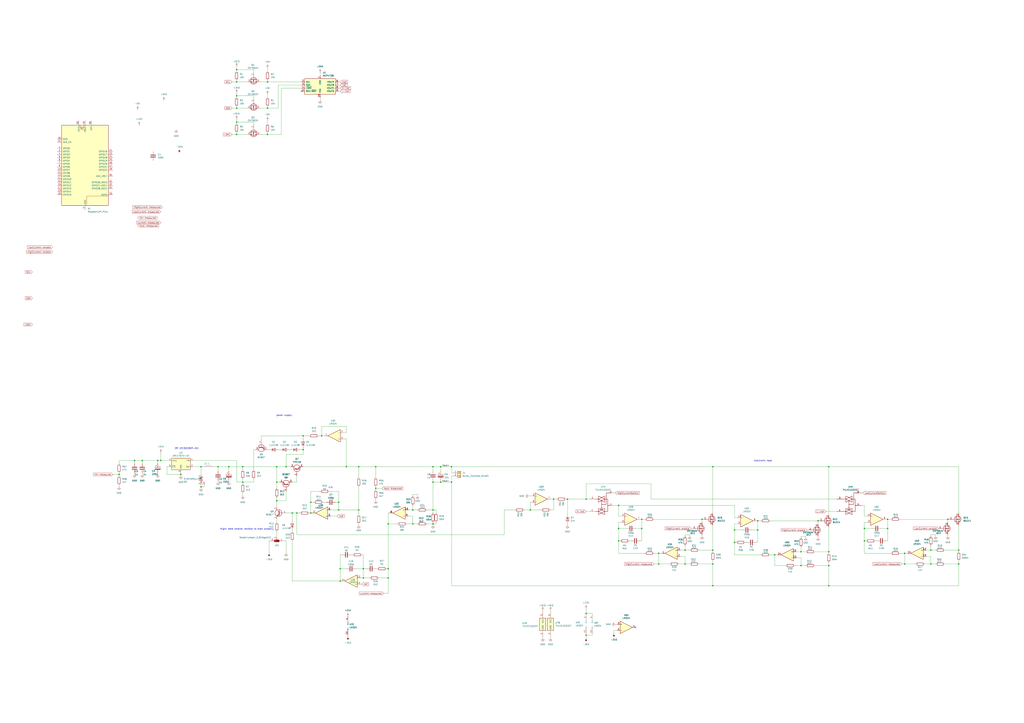
<source format=kicad_sch>
(kicad_sch (version 20250114) (generator "eeschema") (generator_version "9.0")
  (paper "A1")
  (text "power supply" (at 233.426 341.376 0) (effects (font (size 1.27 1.27))))
  (text "might need smaller resistor to start properly" (at 202.692 434.848 0) (effects (font (size 1.27 1.27))))
  (text "electronic load" (at 626.618 378.714 0) (effects (font (size 1.27 1.27))))
  (text "OR LM1501BGR-ADJ\n" (at 153.416 368.554 0) (effects (font (size 1.27 1.27))))
  (text "47k\n" (at 271.526 400.812 0) (effects (font (size 1.27 1.27))))
  (junction (at 527.05 426.72))
  (junction (at 435.61 419.1))
  (junction (at 294.64 419.1))
  (junction (at 466.09 410.21))
  (junction (at 199.39 396.24))
  (junction (at 636.27 455.93))
  (junction (at 603.25 445.77))
  (junction (at 585.47 463.55))
  (junction (at 541.02 463.55))
  (junction (at 764.54 463.55))
  (junction (at 227.33 396.24))
  (junction (at 148.59 389.89))
  (junction (at 132.08 378.46))
  (junction (at 339.09 430.53))
  (junction (at 481.33 521.97))
  (junction (at 255.27 412.75))
  (junction (at 187.96 383.54))
  (junction (at 116.84 378.46))
  (junction (at 680.72 453.39))
  (junction (at 194.31 78.74))
  (junction (at 361.95 396.24))
  (junction (at 585.47 481.33))
  (junction (at 355.6 396.24))
  (junction (at 355.6 419.1))
  (junction (at 194.31 57.15))
  (junction (at 279.4 477.52))
  (junction (at 541.02 454.66))
  (junction (at 370.84 396.24))
  (junction (at 709.93 444.5))
  (junction (at 481.33 410.21))
  (junction (at 318.77 467.36))
  (junction (at 194.31 88.9))
  (junction (at 742.95 463.55))
  (junction (at 576.58 426.72))
  (junction (at 278.13 412.75))
  (junction (at 278.13 419.1))
  (junction (at 527.05 434.34))
  (junction (at 680.72 383.54))
  (junction (at 778.51 426.72))
  (junction (at 671.83 427.99))
  (junction (at 318.77 474.98))
  (junction (at 264.16 358.14))
  (junction (at 165.1 383.54))
  (junction (at 279.4 467.36))
  (junction (at 284.48 383.54))
  (junction (at 194.31 110.49))
  (junction (at 562.61 452.12))
  (junction (at 298.45 474.98))
  (junction (at 764.54 452.12))
  (junction (at 240.03 421.64))
  (junction (at 318.77 430.53))
  (junction (at 194.31 67.31))
  (junction (at 709.93 434.34))
  (junction (at 308.61 383.54))
  (junction (at 680.72 481.33))
  (junction (at 199.39 383.54))
  (junction (at 508 415.29))
  (junction (at 585.47 452.12))
  (junction (at 355.6 430.53))
  (junction (at 227.33 411.48))
  (junction (at 742.95 454.66))
  (junction (at 294.64 383.54))
  (junction (at 355.6 383.54))
  (junction (at 219.71 88.9))
  (junction (at 219.71 110.49))
  (junction (at 787.4 452.12))
  (junction (at 728.98 434.34))
  (junction (at 481.33 504.19))
  (junction (at 248.92 358.14))
  (junction (at 97.79 389.89))
  (junction (at 603.25 435.61))
  (junction (at 585.47 383.54))
  (junction (at 622.3 427.99))
  (junction (at 298.45 467.36))
  (junction (at 110.49 378.46))
  (junction (at 234.95 383.54))
  (junction (at 562.61 463.55))
  (junction (at 248.92 369.57))
  (junction (at 361.95 383.54))
  (junction (at 339.09 419.1))
  (junction (at 194.31 100.33))
  (junction (at 308.61 401.32))
  (junction (at 370.84 383.54))
  (junction (at 255.27 421.64))
  (junction (at 454.66 410.21))
  (junction (at 657.86 453.39))
  (junction (at 179.07 383.54))
  (junction (at 165.1 400.05))
  (junction (at 680.72 464.82))
  (junction (at 657.86 464.82))
  (junction (at 728.98 426.72))
  (junction (at 787.4 463.55))
  (junction (at 508 434.34))
  (junction (at 508 444.5))
  (junction (at 243.84 421.64))
  (junction (at 219.71 67.31))
  (junction (at 622.3 435.61))
  (junction (at 227.33 383.54))
  (junction (at 129.54 378.46))
  (no_connect (at 247.65 74.93))
  (no_connect (at 521.97 515.62))
  (wire (pts (xy 562.61 463.55) (xy 566.42 463.55)))
  (wire (pts (xy 585.47 383.54) (xy 680.72 383.54)))
  (wire (pts (xy 624.84 455.93) (xy 603.25 455.93)))
  (wire (pts (xy 775.97 452.12) (xy 787.4 452.12)))
  (wire (pts (xy 308.61 411.48) (xy 308.61 410.21)))
  (wire (pts (xy 355.6 396.24) (xy 361.95 396.24)))
  (wire (pts (xy 208.28 369.57) (xy 209.55 369.57)))
  (wire (pts (xy 358.14 421.64) (xy 358.14 419.1)))
  (wire (pts (xy 220.98 444.5) (xy 222.25 444.5)))
  (wire (pts (xy 314.96 487.68) (xy 318.77 487.68)))
  (wire (pts (xy 179.07 396.24) (xy 179.07 394.97)))
  (wire (pts (xy 231.14 110.49) (xy 219.71 110.49)))
  (wire (pts (xy 97.79 378.46) (xy 110.49 378.46)))
  (wire (pts (xy 454.66 410.21) (xy 457.2 410.21)))
  (wire (pts (xy 654.05 453.39) (xy 657.86 453.39)))
  (wire (pts (xy 190.5 88.9) (xy 194.31 88.9)))
  (wire (pts (xy 562.61 440.69) (xy 562.61 439.42)))
  (wire (pts (xy 645.16 464.82) (xy 636.27 464.82)))
  (wire (pts (xy 190.5 110.49) (xy 194.31 110.49)))
  (wire (pts (xy 270.51 403.86) (xy 278.13 403.86)))
  (wire (pts (xy 129.54 381) (xy 129.54 378.46)))
  (wire (pts (xy 508 429.26) (xy 508 434.34)))
  (wire (pts (xy 339.09 407.67) (xy 339.09 406.4)))
  (wire (pts (xy 97.79 389.89) (xy 97.79 391.16)))
  (wire (pts (xy 339.09 430.53) (xy 334.01 430.53)))
  (wire (pts (xy 199.39 383.54) (xy 187.96 383.54)))
  (wire (pts (xy 518.16 444.5) (xy 516.89 444.5)))
  (wire (pts (xy 199.39 396.24) (xy 199.39 397.51)))
  (wire (pts (xy 158.75 383.54) (xy 165.1 383.54)))
  (wire (pts (xy 687.07 410.21) (xy 534.67 410.21)))
  (wire (pts (xy 326.39 430.53) (xy 318.77 430.53)))
  (wire (pts (xy 194.31 57.15) (xy 194.31 54.61)))
  (wire (pts (xy 227.33 396.24) (xy 229.87 396.24)))
  (wire (pts (xy 527.05 444.5) (xy 527.05 434.34)))
  (wire (pts (xy 787.4 463.55) (xy 775.97 463.55)))
  (wire (pts (xy 194.31 78.74) (xy 194.31 76.2)))
  (wire (pts (xy 194.31 100.33) (xy 194.31 97.79)))
  (wire (pts (xy 358.14 430.53) (xy 355.6 430.53)))
  (wire (pts (xy 110.49 378.46) (xy 116.84 378.46)))
  (wire (pts (xy 541.02 463.55) (xy 541.02 454.66)))
  (wire (pts (xy 764.54 463.55) (xy 768.35 463.55)))
  (wire (pts (xy 527.05 426.72) (xy 529.59 426.72)))
  (wire (pts (xy 116.84 378.46) (xy 116.84 381)))
  (wire (pts (xy 240.03 444.5) (xy 240.03 477.52)))
  (wire (pts (xy 527.05 434.34) (xy 521.97 434.34)))
  (wire (pts (xy 678.18 420.37) (xy 687.07 420.37)))
  (wire (pts (xy 167.64 398.78) (xy 167.64 400.05)))
  (wire (pts (xy 481.33 410.21) (xy 483.87 410.21)))
  (wire (pts (xy 194.31 100.33) (xy 194.31 101.6)))
  (wire (pts (xy 508 444.5) (xy 508 434.34)))
  (wire (pts (xy 585.47 481.33) (xy 370.84 481.33)))
  (wire (pts (xy 243.84 421.64) (xy 243.84 439.42)))
  (wire (pts (xy 187.96 383.54) (xy 187.96 387.35)))
  (wire (pts (xy 603.25 415.29) (xy 603.25 425.45)))
  (wire (pts (xy 279.4 72.39) (xy 278.13 72.39)))
  (wire (pts (xy 709.93 429.26) (xy 712.47 429.26)))
  (wire (pts (xy 529.59 454.66) (xy 508 454.66)))
  (wire (pts (xy 361.95 396.24) (xy 361.95 394.97)))
  (wire (pts (xy 194.31 88.9) (xy 203.2 88.9)))
  (wire (pts (xy 214.63 358.14) (xy 248.92 358.14)))
  (wire (pts (xy 284.48 383.54) (xy 294.64 383.54)))
  (wire (pts (xy 787.4 453.39) (xy 787.4 452.12)))
  (wire (pts (xy 464.82 410.21) (xy 466.09 410.21)))
  (wire (pts (xy 562.61 448.31) (xy 562.61 452.12)))
  (wire (pts (xy 764.54 457.2) (xy 764.54 463.55)))
  (wire (pts (xy 585.47 453.39) (xy 585.47 452.12)))
  (wire (pts (xy 787.4 452.12) (xy 787.4 431.8)))
  (wire (pts (xy 132.08 378.46) (xy 132.08 372.11)))
  (wire (pts (xy 308.61 383.54) (xy 308.61 392.43)))
  (wire (pts (xy 481.33 521.97) (xy 486.41 521.97)))
  (wire (pts (xy 231.14 72.39) (xy 231.14 110.49)))
  (wire (pts (xy 298.45 467.36) (xy 298.45 474.98)))
  (wire (pts (xy 636.27 455.93) (xy 638.81 455.93)))
  (wire (pts (xy 603.25 430.53) (xy 603.25 435.61)))
  (wire (pts (xy 481.33 504.19) (xy 486.41 504.19)))
  (wire (pts (xy 165.1 383.54) (xy 167.64 383.54)))
  (wire (pts (xy 165.1 400.05) (xy 167.64 400.05)))
  (wire (pts (xy 654.05 458.47) (xy 657.86 458.47)))
  (wire (pts (xy 294.64 431.8) (xy 294.64 430.53)))
  (wire (pts (xy 214.63 361.95) (xy 214.63 358.14)))
  (wire (pts (xy 728.98 434.34) (xy 723.9 434.34)))
  (wire (pts (xy 657.86 449.58) (xy 657.86 453.39)))
  (wire (pts (xy 318.77 430.53) (xy 318.77 467.36)))
  (wire (pts (xy 199.39 407.67) (xy 199.39 405.13)))
  (wire (pts (xy 355.6 394.97) (xy 355.6 396.24)))
  (wire (pts (xy 435.61 412.75) (xy 435.61 419.1)))
  (wire (pts (xy 243.84 421.64) (xy 246.38 421.64)))
  (wire (pts (xy 255.27 412.75) (xy 255.27 421.64)))
  (wire (pts (xy 279.4 69.85) (xy 278.13 69.85)))
  (wire (pts (xy 339.09 424.18) (xy 339.09 430.53)))
  (wire (pts (xy 585.47 461.01) (xy 585.47 463.55)))
  (wire (pts (xy 760.73 457.2) (xy 764.54 457.2)))
  (wire (pts (xy 247.65 72.39) (xy 231.14 72.39)))
  (wire (pts (xy 636.27 464.82) (xy 636.27 455.93)))
  (wire (pts (xy 727.71 444.5) (xy 728.98 444.5)))
  (wire (pts (xy 278.13 419.1) (xy 278.13 412.75)))
  (wire (pts (xy 508 454.66) (xy 508 444.5)))
  (wire (pts (xy 481.33 521.97) (xy 481.33 524.51)))
  (wire (pts (xy 243.84 396.24) (xy 243.84 391.16)))
  (wire (pts (xy 764.54 452.12) (xy 768.35 452.12)))
  (wire (pts (xy 657.86 453.39) (xy 661.67 453.39)))
  (wire (pts (xy 370.84 388.62) (xy 372.11 388.62)))
  (wire (pts (xy 227.33 411.48) (xy 227.33 416.56)))
  (wire (pts (xy 294.64 383.54) (xy 308.61 383.54)))
  (wire (pts (xy 278.13 403.86) (xy 278.13 412.75)))
  (wire (pts (xy 194.31 66.04) (xy 194.31 67.31)))
  (wire (pts (xy 709.93 454.66) (xy 709.93 444.5)))
  (wire (pts (xy 534.67 397.51) (xy 481.33 397.51)))
  (wire (pts (xy 284.48 350.52) (xy 264.16 350.52)))
  (wire (pts (xy 248.92 373.38) (xy 234.95 373.38)))
  (wire (pts (xy 199.39 393.7) (xy 199.39 396.24)))
  (wire (pts (xy 787.4 481.33) (xy 680.72 481.33)))
  (wire (pts (xy 179.07 383.54) (xy 175.26 383.54)))
  (wire (pts (xy 613.41 445.77) (xy 612.14 445.77)))
  (wire (pts (xy 308.61 401.32) (xy 308.61 400.05)))
  (wire (pts (xy 505.46 513.08) (xy 506.73 513.08)))
  (wire (pts (xy 208.28 57.15) (xy 194.31 57.15)))
  (wire (pts (xy 238.76 369.57) (xy 237.49 369.57)))
  (wire (pts (xy 208.28 102.87) (xy 208.28 100.33)))
  (wire (pts (xy 280.67 477.52) (xy 279.4 477.52)))
  (wire (pts (xy 279.4 455.93) (xy 279.4 467.36)))
  (wire (pts (xy 280.67 455.93) (xy 279.4 455.93)))
  (wire (pts (xy 764.54 448.31) (xy 764.54 452.12)))
  (wire (pts (xy 361.95 383.54) (xy 370.84 383.54)))
  (wire (pts (xy 248.92 369.57) (xy 248.92 373.38)))
  (wire (pts (xy 137.16 383.54) (xy 137.16 389.89)))
  (wire (pts (xy 254 421.64) (xy 255.27 421.64)))
  (wire (pts (xy 219.71 67.31) (xy 247.65 67.31)))
  (wire (pts (xy 760.73 452.12) (xy 764.54 452.12)))
  (wire (pts (xy 194.31 109.22) (xy 194.31 110.49)))
  (wire (pts (xy 208.28 78.74) (xy 194.31 78.74)))
  (wire (pts (xy 199.39 383.54) (xy 227.33 383.54)))
  (wire (pts (xy 558.8 457.2) (xy 562.61 457.2)))
  (wire (pts (xy 97.79 400.05) (xy 97.79 398.78)))
  (wire (pts (xy 445.77 524.51) (xy 445.77 523.24)))
  (wire (pts (xy 764.54 440.69) (xy 764.54 439.42)))
  (wire (pts (xy 414.02 419.1) (xy 422.91 419.1)))
  (wire (pts (xy 514.35 434.34) (xy 508 434.34)))
  (wire (pts (xy 739.14 426.72) (xy 778.51 426.72)))
  (wire (pts (xy 279.4 74.93) (xy 278.13 74.93)))
  (wire (pts (xy 576.58 440.69) (xy 576.58 439.42)))
  (wire (pts (xy 248.92 368.3) (xy 248.92 369.57)))
  (wire (pts (xy 707.39 415.29) (xy 709.93 415.29)))
  (wire (pts (xy 355.6 430.53) (xy 355.6 431.8)))
  (wire (pts (xy 234.95 373.38) (xy 234.95 383.54)))
  (wire (pts (xy 208.28 81.28) (xy 208.28 78.74)))
  (wire (pts (xy 339.09 419.1) (xy 342.9 419.1)))
  (wire (pts (xy 452.12 524.51) (xy 452.12 523.24)))
  (wire (pts (xy 585.47 481.33) (xy 585.47 463.55)))
  (wire (pts (xy 445.77 501.65) (xy 445.77 502.92)))
  (wire (pts (xy 778.51 440.69) (xy 778.51 439.42)))
  (wire (pts (xy 278.13 419.1) (xy 294.64 419.1)))
  (wire (pts (xy 764.54 463.55) (xy 759.46 463.55)))
  (wire (pts (xy 308.61 467.36) (xy 309.88 467.36)))
  (wire (pts (xy 739.14 454.66) (xy 742.95 454.66)))
  (wire (pts (xy 605.79 425.45) (xy 603.25 425.45)))
  (wire (pts (xy 308.61 383.54) (xy 355.6 383.54)))
  (wire (pts (xy 680.72 453.39) (xy 680.72 433.07)))
  (wire (pts (xy 355.6 419.1) (xy 355.6 421.64)))
  (wire (pts (xy 165.1 400.05) (xy 165.1 401.32)))
  (wire (pts (xy 208.28 386.08) (xy 208.28 369.57)))
  (wire (pts (xy 481.33 420.37) (xy 483.87 420.37)))
  (wire (pts (xy 208.28 393.7) (xy 208.28 396.24)))
  (wire (pts (xy 234.95 383.54) (xy 227.33 383.54)))
  (wire (pts (xy 534.67 410.21) (xy 534.67 397.51)))
  (wire (pts (xy 318.77 421.64) (xy 320.04 421.64)))
  (wire (pts (xy 227.33 396.24) (xy 227.33 401.32)))
  (wire (pts (xy 279.4 477.52) (xy 279.4 467.36)))
  (wire (pts (xy 190.5 67.31) (xy 194.31 67.31)))
  (wire (pts (xy 213.36 88.9) (xy 219.71 88.9)))
  (wire (pts (xy 298.45 474.98) (xy 295.91 474.98)))
  (wire (pts (xy 680.72 383.54) (xy 680.72 422.91)))
  (wire (pts (xy 585.47 383.54) (xy 585.47 421.64)))
  (wire (pts (xy 711.2 444.5) (xy 709.93 444.5)))
  (wire (pts (xy 632.46 455.93) (xy 636.27 455.93)))
  (wire (pts (xy 669.29 453.39) (xy 680.72 453.39)))
  (wire (pts (xy 787.4 461.01) (xy 787.4 463.55)))
  (wire (pts (xy 566.42 439.42) (xy 566.42 440.69)))
  (wire (pts (xy 508 424.18) (xy 510.54 424.18)))
  (wire (pts (xy 292.1 467.36) (xy 298.45 467.36)))
  (wire (pts (xy 604.52 445.77) (xy 603.25 445.77)))
  (wire (pts (xy 318.77 487.68) (xy 318.77 474.98)))
  (wire (pts (xy 262.89 82.55) (xy 262.89 80.01)))
  (wire (pts (xy 219.71 88.9) (xy 219.71 87.63)))
  (wire (pts (xy 257.81 412.75) (xy 255.27 412.75)))
  (wire (pts (xy 129.54 389.89) (xy 129.54 388.62)))
  (wire (pts (xy 318.77 474.98) (xy 311.15 474.98)))
  (wire (pts (xy 671.83 427.99) (xy 671.83 430.53)))
  (wire (pts (xy 657.86 441.96) (xy 657.86 440.69)))
  (wire (pts (xy 350.52 430.53) (xy 355.6 430.53)))
  (wire (pts (xy 278.13 412.75) (xy 275.59 412.75)))
  (wire (pts (xy 504.19 520.7) (xy 504.19 518.16)))
  (wire (pts (xy 731.52 454.66) (xy 709.93 454.66)))
  (wire (pts (xy 709.93 424.18) (xy 709.93 415.29)))
  (wire (pts (xy 576.58 426.72) (xy 576.58 429.26)))
  (wire (pts (xy 219.71 110.49) (xy 219.71 109.22)))
  (wire (pts (xy 238.76 383.54) (xy 234.95 383.54)))
  (wire (pts (xy 92.71 389.89) (xy 97.79 389.89)))
  (wire (pts (xy 129.54 378.46) (xy 132.08 378.46)))
  (wire (pts (xy 452.12 419.1) (xy 454.66 419.1)))
  (wire (pts (xy 228.6 69.85) (xy 228.6 88.9)))
  (wire (pts (xy 261.62 358.14) (xy 264.16 358.14)))
  (wire (pts (xy 318.77 467.36) (xy 318.77 474.98)))
  (wire (pts (xy 525.78 426.72) (xy 527.05 426.72)))
  (wire (pts (xy 671.83 427.99) (xy 673.1 427.99)))
  (wire (pts (xy 562.61 463.55) (xy 557.53 463.55)))
  (wire (pts (xy 728.98 426.72) (xy 731.52 426.72)))
  (wire (pts (xy 657.86 458.47) (xy 657.86 464.82)))
  (wire (pts (xy 709.93 444.5) (xy 709.93 434.34)))
  (wire (pts (xy 603.25 415.29) (xy 508 415.29)))
  (wire (pts (xy 194.31 396.24) (xy 199.39 396.24)))
  (wire (pts (xy 728.98 444.5) (xy 728.98 434.34)))
  (wire (pts (xy 97.79 388.62) (xy 97.79 389.89)))
  (wire (pts (xy 240.03 477.52) (xy 279.4 477.52)))
  (wire (pts (xy 549.91 463.55) (xy 541.02 463.55)))
  (wire (pts (xy 481.33 397.51) (xy 481.33 410.21)))
  (wire (pts (xy 138.43 378.46) (xy 132.08 378.46)))
  (wire (pts (xy 317.5 467.36) (xy 318.77 467.36)))
  (wire (pts (xy 671.83 441.96) (xy 671.83 440.69)))
  (wire (pts (xy 219.71 55.88) (xy 219.71 58.42)))
  (wire (pts (xy 370.84 388.62) (xy 370.84 383.54)))
  (wire (pts (xy 562.61 439.42) (xy 566.42 439.42)))
  (wire (pts (xy 435.61 419.1) (xy 444.5 419.1)))
  (wire (pts (xy 298.45 474.98) (xy 303.53 474.98)))
  (wire (pts (xy 194.31 78.74) (xy 194.31 80.01)))
  (wire (pts (xy 194.31 378.46) (xy 194.31 396.24)))
  (wire (pts (xy 165.1 398.78) (xy 165.1 400.05)))
  (wire (pts (xy 165.1 383.54) (xy 165.1 389.89)))
  (wire (pts (xy 355.6 429.26) (xy 355.6 430.53)))
  (wire (pts (xy 199.39 386.08) (xy 199.39 383.54)))
  (wire (pts (xy 208.28 100.33) (xy 194.31 100.33)))
  (wire (pts (xy 558.8 452.12) (xy 562.61 452.12)))
  (wire (pts (xy 787.4 383.54) (xy 787.4 421.64)))
  (wire (pts (xy 609.6 435.61) (xy 603.25 435.61)))
  (wire (pts (xy 281.94 360.68) (xy 284.48 360.68)))
  (wire (pts (xy 298.45 455.93) (xy 298.45 467.36)))
  (wire (pts (xy 361.95 383.54) (xy 355.6 383.54)))
  (wire (pts (xy 219.71 67.31) (xy 219.71 66.04)))
  (wire (pts (xy 504.19 518.16) (xy 506.73 518.16)))
  (wire (pts (xy 265.43 412.75) (xy 267.97 412.75)))
  (wire (pts (xy 243.84 439.42) (xy 414.02 439.42)))
  (wire (pts (xy 294.64 400.05) (xy 294.64 419.1)))
  (wire (pts (xy 370.84 391.16) (xy 370.84 396.24)))
  (wire (pts (xy 228.6 88.9) (xy 219.71 88.9)))
  (wire (pts (xy 680.72 481.33) (xy 585.47 481.33)))
  (wire (pts (xy 622.3 435.61) (xy 617.22 435.61)))
  (wire (pts (xy 234.95 421.64) (xy 240.03 421.64)))
  (wire (pts (xy 680.72 464.82) (xy 669.29 464.82)))
  (wire (pts (xy 574.04 452.12) (xy 585.47 452.12)))
  (wire (pts (xy 562.61 452.12) (xy 566.42 452.12)))
  (wire (pts (xy 97.79 378.46) (xy 97.79 381)))
  (wire (pts (xy 179.07 383.54) (xy 187.96 383.54)))
  (wire (pts (xy 358.14 429.26) (xy 358.14 430.53)))
  (wire (pts (xy 262.89 59.69) (xy 262.89 62.23)))
  (wire (pts (xy 339.09 430.53) (xy 342.9 430.53)))
  (wire (pts (xy 466.09 410.21) (xy 466.09 422.91)))
  (wire (pts (xy 137.16 389.89) (xy 148.59 389.89)))
  (wire (pts (xy 751.84 463.55) (xy 742.95 463.55)))
  (wire (pts (xy 248.92 358.14) (xy 248.92 360.68)))
  (wire (pts (xy 220.98 454.66) (xy 220.98 444.5)))
  (wire (pts (xy 297.18 455.93) (xy 298.45 455.93)))
  (wire (pts (xy 308.61 402.59) (xy 308.61 401.32)))
  (wire (pts (xy 436.88 412.75) (xy 435.61 412.75)))
  (wire (pts (xy 262.89 403.86) (xy 255.27 403.86)))
  (wire (pts (xy 680.72 464.82) (xy 680.72 481.33)))
  (wire (pts (xy 787.4 463.55) (xy 787.4 481.33)))
  (wire (pts (xy 466.09 431.8) (xy 466.09 430.53)))
  (wire (pts (xy 657.86 464.82) (xy 652.78 464.82)))
  (wire (pts (xy 414.02 439.42) (xy 414.02 419.1)))
  (wire (pts (xy 768.35 439.42) (xy 768.35 440.69)))
  (wire (pts (xy 240.03 396.24) (xy 243.84 396.24)))
  (wire (pts (xy 481.33 504.19) (xy 481.33 505.46)))
  (wire (pts (xy 194.31 67.31) (xy 203.2 67.31)))
  (wire (pts (xy 662.94 435.61) (xy 664.21 435.61)))
  (wire (pts (xy 622.3 427.99) (xy 622.3 435.61)))
  (wire (pts (xy 622.3 427.99) (xy 624.84 427.99)))
  (wire (pts (xy 240.03 421.64) (xy 243.84 421.64)))
  (wire (pts (xy 562.61 457.2) (xy 562.61 463.55)))
  (wire (pts (xy 342.9 406.4) (xy 342.9 407.67)))
  (wire (pts (xy 297.18 480.06) (xy 295.91 480.06)))
  (wire (pts (xy 727.71 426.72) (xy 728.98 426.72)))
  (wire (pts (xy 208.28 59.69) (xy 208.28 57.15)))
  (wire (pts (xy 234.95 444.5) (xy 234.95 454.66)))
  (wire (pts (xy 454.66 410.21) (xy 452.12 410.21)))
  (wire (pts (xy 279.4 467.36) (xy 284.48 467.36)))
  (wire (pts (xy 335.28 419.1) (xy 339.09 419.1)))
  (wire (pts (xy 434.34 407.67) (xy 436.88 407.67)))
  (wire (pts (xy 355.6 383.54) (xy 355.6 387.35)))
  (wire (pts (xy 148.59 389.89) (xy 148.59 388.62)))
  (wire (pts (xy 194.31 57.15) (xy 194.31 58.42)))
  (wire (pts (xy 742.95 454.66) (xy 745.49 454.66)))
  (wire (pts (xy 339.09 415.29) (xy 339.09 419.1)))
  (wire (pts (xy 372.11 391.16) (xy 370.84 391.16)))
  (wire (pts (xy 661.67 440.69) (xy 661.67 441.96)))
  (wire (pts (xy 350.52 419.1) (xy 355.6 419.1)))
  (wire (pts (xy 213.36 67.31) (xy 219.71 67.31)))
  (wire (pts (xy 227.33 429.26) (xy 227.33 426.72)))
  (wire (pts (xy 220.98 369.57) (xy 219.71 369.57)))
  (wire (pts (xy 525.78 444.5) (xy 527.05 444.5)))
  (wire (pts (xy 452.12 501.65) (xy 452.12 502.92)))
  (wire (pts (xy 742.95 463.55) (xy 742.95 454.66)))
  (wire (pts (xy 116.84 388.62) (xy 116.84 389.89)))
  (wire (pts (xy 248.92 369.57) (xy 246.38 369.57)))
  (wire (pts (xy 508 429.26) (xy 510.54 429.26)))
  (wire (pts (xy 370.84 481.33) (xy 370.84 396.24)))
  (wire (pts (xy 486.41 520.7) (xy 486.41 521.97)))
  (wire (pts (xy 603.25 445.77) (xy 603.25 435.61)))
  (wire (pts (xy 227.33 411.48) (xy 227.33 408.94)))
  (wire (pts (xy 264.16 350.52) (xy 264.16 358.14)))
  (wire (pts (xy 234.95 411.48) (xy 227.33 411.48)))
  (wire (pts (xy 285.75 523.24) (xy 285.75 521.97)))
  (wire (pts (xy 716.28 434.34) (xy 709.93 434.34)))
  (wire (pts (xy 294.64 383.54) (xy 294.64 392.43)))
  (wire (pts (xy 298.45 467.36) (xy 300.99 467.36)))
  (wire (pts (xy 657.86 464.82) (xy 661.67 464.82)))
  (wire (pts (xy 720.09 444.5) (xy 718.82 444.5)))
  (wire (pts (xy 466.09 410.21) (xy 481.33 410.21)))
  (wire (pts (xy 255.27 403.86) (xy 255.27 412.75)))
  (wire (pts (xy 778.51 426.72) (xy 778.51 429.26)))
  (wire (pts (xy 712.47 424.18) (xy 709.93 424.18)))
  (wire (pts (xy 358.14 419.1) (xy 355.6 419.1)))
  (wire (pts (xy 361.95 383.54) (xy 361.95 387.35)))
  (wire (pts (xy 537.21 426.72) (xy 576.58 426.72)))
  (wire (pts (xy 622.3 445.77) (xy 622.3 435.61)))
  (wire (pts (xy 240.03 421.64) (xy 240.03 427.99)))
  (wire (pts (xy 680.72 383.54) (xy 787.4 383.54)))
  (wire (pts (xy 187.96 396.24) (xy 187.96 394.97)))
  (wire (pts (xy 585.47 463.55) (xy 574.04 463.55)))
  (wire (pts (xy 481.33 520.7) (xy 481.33 521.97)))
  (wire (pts (xy 621.03 445.77) (xy 622.3 445.77)))
  (wire (pts (xy 778.51 426.72) (xy 779.78 426.72)))
  (wire (pts (xy 308.61 401.32) (xy 313.69 401.32)))
  (wire (pts (xy 318.77 430.53) (xy 318.77 421.64)))
  (wire (pts (xy 504.19 415.29) (xy 508 415.29)))
  (wire (pts (xy 603.25 455.93) (xy 603.25 445.77)))
  (wire (pts (xy 603.25 430.53) (xy 605.79 430.53)))
  (wire (pts (xy 764.54 439.42) (xy 768.35 439.42)))
  (wire (pts (xy 486.41 505.46) (xy 486.41 504.19)))
  (wire (pts (xy 138.43 383.54) (xy 137.16 383.54)))
  (wire (pts (xy 208.28 396.24) (xy 199.39 396.24)))
  (wire (pts (xy 680.72 454.66) (xy 680.72 453.39)))
  (wire (pts (xy 234.95 403.86) (xy 234.95 411.48)))
  (wire (pts (xy 227.33 436.88) (xy 227.33 440.69)))
  (wire (pts (xy 585.47 452.12) (xy 585.47 431.8)))
  (wire (pts (xy 435.61 419.1) (xy 430.53 419.1)))
  (wire (pts (xy 541.02 454.66) (xy 543.56 454.66)))
  (wire (pts (xy 247.65 69.85) (xy 228.6 69.85)))
  (wire (pts (xy 264.16 358.14) (xy 266.7 358.14)))
  (wire (pts (xy 229.87 369.57) (xy 228.6 369.57)))
  (wire (pts (xy 680.72 462.28) (xy 680.72 464.82)))
  (wire (pts (xy 335.28 424.18) (xy 339.09 424.18)))
  (wire (pts (xy 110.49 388.62) (xy 110.49 389.89)))
  (wire (pts (xy 279.4 67.31) (xy 278.13 67.31)))
  (wire (pts (xy 728.98 426.72) (xy 728.98 434.34)))
  (wire (pts (xy 505.46 405.13) (xy 504.19 405.13)))
  (wire (pts (xy 537.21 454.66) (xy 541.02 454.66)))
  (wire (pts (xy 248.92 358.14) (xy 254 358.14)))
  (wire (pts (xy 271.78 424.18) (xy 276.86 424.18)))
  (wire (pts (xy 179.07 387.35) (xy 179.07 383.54)))
  (wire (pts (xy 708.66 405.13) (xy 707.39 405.13)))
  (wire (pts (xy 355.6 396.24) (xy 355.6 419.1)))
  (wire (pts (xy 657.86 440.69) (xy 661.67 440.69)))
  (wire (pts (xy 454.66 419.1) (xy 454.66 410.21)))
  (wire (pts (xy 537.21 463.55) (xy 541.02 463.55)))
  (wire (pts (xy 621.03 427.99) (xy 622.3 427.99)))
  (wire (pts (xy 248.92 383.54) (xy 284.48 383.54)))
  (wire (pts (xy 281.94 355.6) (xy 284.48 355.6)))
  (wire (pts (xy 194.31 87.63) (xy 194.31 88.9)))
  (wire (pts (xy 158.75 378.46) (xy 194.31 378.46)))
  (wire (pts (xy 227.33 383.54) (xy 227.33 396.24)))
  (wire (pts (xy 255.27 421.64) (xy 256.54 421.64)))
  (wire (pts (xy 110.49 381) (xy 110.49 378.46)))
  (wire (pts (xy 284.48 355.6) (xy 284.48 350.52)))
  (wire (pts (xy 370.84 396.24) (xy 361.95 396.24)))
  (wire (pts (xy 567.69 434.34) (xy 568.96 434.34)))
  (wire (pts (xy 632.46 427.99) (xy 671.83 427.99)))
  (wire (pts (xy 508 415.29) (xy 508 424.18)))
  (wire (pts (xy 240.03 436.88) (xy 240.03 435.61)))
  (wire (pts (xy 481.33 500.38) (xy 481.33 504.19)))
  (wire (pts (xy 284.48 360.68) (xy 284.48 383.54)))
  (wire (pts (xy 527.05 426.72) (xy 527.05 434.34)))
  (wire (pts (xy 219.71 77.47) (xy 219.71 80.01)))
  (wire (pts (xy 232.41 444.5) (xy 234.95 444.5)))
  (wire (pts (xy 740.41 463.55) (xy 742.95 463.55)))
  (wire (pts (xy 288.29 455.93) (xy 289.56 455.93)))
  (wire (pts (xy 219.71 99.06) (xy 219.71 101.6)))
  (wire (pts (xy 213.36 110.49) (xy 219.71 110.49)))
  (wire (pts (xy 585.47 383.54) (xy 370.84 383.54)))
  (wire (pts (xy 709.93 429.26) (xy 709.93 434.34)))
  (wire (pts (xy 509.27 444.5) (xy 508 444.5)))
  (wire (pts (xy 271.78 419.1) (xy 278.13 419.1)))
  (wire (pts (xy 148.59 391.16) (xy 148.59 389.89)))
  (wire (pts (xy 294.64 419.1) (xy 294.64 422.91)))
  (wire (pts (xy 116.84 378.46) (xy 129.54 378.46)))
  (wire (pts (xy 339.09 406.4) (xy 342.9 406.4)))
  (wire (pts (xy 576.58 426.72) (xy 577.85 426.72)))
  (wire (pts (xy 194.31 110.49) (xy 203.2 110.49)))
  (label "Vout+" (at 363.22 383.54 0))
  (label "Vout-" (at 363.22 396.24 0))
  (global_label "SDA" (shape input) (at 190.5 88.9 180) (property "Intersheetrefs" "${INTERSHEET_REFS}" (effects (hide yes))))
  (global_label "current-measured" (shape input) (at 314.96 487.68 180) (property "Intersheetrefs" "${INTERSHEET_REFS}" (effects (hide yes))))
  (global_label "Vref" (shape input) (at 279.4 67.31 0) (property "Intersheetrefs" "${INTERSHEET_REFS}" (effects (hide yes))))
  (global_label "HighCurrent-enable" (shape input) (at 43.18 207.01 180) (property "Intersheetrefs" "${INTERSHEET_REFS}" (effects (hide yes))))
  (global_label "Iref" (shape input) (at 279.4 69.85 0) (property "Intersheetrefs" "${INTERSHEET_REFS}" (effects (hide yes))))
  (global_label "Vout-measured" (shape input) (at 113.03 185.42 0) (property "Intersheetrefs" "${INTERSHEET_REFS}" (effects (hide yes))))
  (global_label "HighCurrent-measured" (shape input) (at 133.35 170.18 180) (property "Intersheetrefs" "${INTERSHEET_REFS}" (effects (hide yes))))
  (global_label "SCL" (shape input) (at 26.67 223.52 180) (property "Intersheetrefs" "${INTERSHEET_REFS}" (effects (hide yes))))
  (global_label "LDAC" (shape input) (at 26.67 266.7 180) (property "Intersheetrefs" "${INTERSHEET_REFS}" (effects (hide yes))))
  (global_label "Vin-measured" (shape input) (at 92.71 389.89 180) (property "Intersheetrefs" "${INTERSHEET_REFS}" (effects (hide yes))))
  (global_label "LowCurrent-measured" (shape input) (at 740.41 463.55 180) (property "Intersheetrefs" "${INTERSHEET_REFS}" (effects (hide yes))))
  (global_label "HighCurrent-enable" (shape input) (at 662.94 435.61 180) (property "Intersheetrefs" "${INTERSHEET_REFS}" (effects (hide yes))))
  (global_label "Vin-measured" (shape input) (at 113.03 179.07 0) (property "Intersheetrefs" "${INTERSHEET_REFS}" (effects (hide yes))))
  (global_label "LowCurrentSwitch" (shape input) (at 708.66 405.13 0) (property "Intersheetrefs" "${INTERSHEET_REFS}" (effects (hide yes))))
  (global_label "LowCurrent-enable" (shape input) (at 770.89 434.34 180) (property "Intersheetrefs" "${INTERSHEET_REFS}" (effects (hide yes))))
  (global_label "SDA" (shape input) (at 26.67 245.11 180) (property "Intersheetrefs" "${INTERSHEET_REFS}" (effects (hide yes))))
  (global_label "H-Iref" (shape input) (at 481.33 420.37 180) (property "Intersheetrefs" "${INTERSHEET_REFS}" (effects (hide yes))))
  (global_label "Vout-measured" (shape input) (at 313.69 401.32 0) (property "Intersheetrefs" "${INTERSHEET_REFS}" (effects (hide yes))))
  (global_label "Vref" (shape input) (at 276.86 424.18 0) (property "Intersheetrefs" "${INTERSHEET_REFS}" (effects (hide yes))))
  (global_label "LowCurrent-enable" (shape input) (at 43.18 203.2 180) (property "Intersheetrefs" "${INTERSHEET_REFS}" (effects (hide yes))))
  (global_label "L-Iref" (shape input) (at 678.18 420.37 180) (property "Intersheetrefs" "${INTERSHEET_REFS}" (effects (hide yes))))
  (global_label "L-Iref" (shape input) (at 279.4 74.93 0) (property "Intersheetrefs" "${INTERSHEET_REFS}" (effects (hide yes))))
  (global_label "SCL" (shape input) (at 190.5 67.31 180) (property "Intersheetrefs" "${INTERSHEET_REFS}" (effects (hide yes))))
  (global_label "H-Iref" (shape input) (at 279.4 72.39 0) (property "Intersheetrefs" "${INTERSHEET_REFS}" (effects (hide yes))))
  (global_label "HighCurrentSwitch" (shape input) (at 505.46 405.13 0) (property "Intersheetrefs" "${INTERSHEET_REFS}" (effects (hide yes))))
  (global_label "HighCurrent-enable" (shape input) (at 567.69 434.34 180) (property "Intersheetrefs" "${INTERSHEET_REFS}" (effects (hide yes))))
  (global_label "current-measured" (shape input) (at 132.08 182.88 180) (property "Intersheetrefs" "${INTERSHEET_REFS}" (effects (hide yes))))
  (global_label "LowCurrent-measured" (shape input) (at 132.08 173.99 180) (property "Intersheetrefs" "${INTERSHEET_REFS}" (effects (hide yes))))
  (global_label "LDAC" (shape input) (at 190.5 110.49 180) (property "Intersheetrefs" "${INTERSHEET_REFS}" (effects (hide yes))))
  (global_label "HighCurrent-measured" (shape input) (at 537.21 463.55 180) (property "Intersheetrefs" "${INTERSHEET_REFS}" (effects (hide yes))))
  (global_label "Iref" (shape input) (at 297.18 480.06 0) (property "Intersheetrefs" "${INTERSHEET_REFS}" (effects (hide yes))))
  (symbol (lib_id "Device:R") (at 461.01 410.21 90) (unit 1)
    (property "Reference" "R54" (at 459.994 415.798 0) (effects (justify left)))
    (property "Value" "39k" (at 462.534 415.798 0) (effects (justify left)))
    (property "Footprint" "Resistor_SMD:R_0805_2012Metric" (effects (hide yes)))
    (property "Description" "Resistor" (effects (hide yes)))
  )
  (symbol (lib_id "Device:R") (at 648.97 464.82 90) (unit 1)
    (property "Reference" "R39" (at 648.97 467.36 90))
    (property "Value" "47k" (at 648.97 469.9 90))
    (property "Footprint" "Resistor_SMD:R_0805_2012Metric" (effects (hide yes)))
    (property "Description" "Resistor" (effects (hide yes)))
  )
  (symbol (lib_id "Device:R") (at 308.61 396.24 0) (unit 1)
    (property "Reference" "R55" (at 311.15 394.9699 0) (effects (justify left)))
    (property "Value" "47k" (at 311.15 397.5099 0) (effects (justify left)))
    (property "Footprint" "Resistor_SMD:R_0805_2012Metric" (effects (hide yes)))
    (property "Description" "Resistor" (effects (hide yes)))
  )
  (symbol (lib_id "Jumper:SolderJumper_3_Bridged12") (at 227.33 444.5 180) (unit 1) (in_bom no)
    (property "Reference" "JP1" (at 227.33 448.31 0))
    (property "Value" "SolderJumper_3_Bridged12" (at 209.55 441.706 0))
    (property "Footprint" "Jumper:SolderJumper-3_P1.3mm_Bridged12_RoundedPad1.0x1.5mm_NumberLabels" (effects (hide yes)))
    (property "Description" "3-pole Solder Jumper, pins 1+2 closed/bridged" (effects (hide yes)))
  )
  (symbol (lib_id "power:-3V3") (at 481.33 524.51 180) (unit 1)
    (property "Reference" "#PWR035" (effects (hide yes)))
    (property "Value" "-3V3" (at 481.33 529.59 0))
    (property "Description" "Power symbol creates a global label with name \"-3V3\"" (effects (hide yes)))
  )
  (symbol (lib_id "Device:C_Polarized") (at 129.54 384.81 0) (unit 1)
    (property "Reference" "C3" (at 124.714 387.096 0) (effects (justify left)))
    (property "Value" "220u" (at 124.714 389.636 0) (effects (justify left)))
    (property "Footprint" "Capacitor_THT:CP_Radial_D8.0mm_P5.00mm" (effects (hide yes)))
    (property "Description" "Polarized capacitor" (effects (hide yes)))
  )
  (symbol (lib_id "Device:C") (at 720.09 434.34 270) (unit 1)
    (property "Reference" "C17" (at 720.09 440.436 90))
    (property "Value" "100p" (at 720.09 437.896 90))
    (property "Footprint" "Capacitor_SMD:C_0805_2012Metric" (effects (hide yes)))
    (property "Description" "Unpolarized capacitor" (effects (hide yes)))
  )
  (symbol (lib_id "Diode:LL4148") (at 242.57 369.57 0) (unit 1)
    (property "Reference" "D3" (at 242.57 363.22 0))
    (property "Value" "LL4148" (at 242.57 365.76 0))
    (property "Footprint" "Diode_SMD:D_SOD-123" (effects (hide yes)))
    (property "Datasheet" "http://www.vishay.com/docs/85557/ll4148.pdf" (effects (hide yes)))
    (property "Description" "100V 0.15A standard switching diode, MiniMELF" (effects (hide yes)))
    (property "Sim.Device" "D" (effects (hide yes)))
    (property "Sim.Pins" "1=K 2=A" (effects (hide yes)))
  )
  (symbol (lib_id "Connector:Screw_Terminal_01x02") (at 377.19 388.62 0) (unit 1)
    (property "Reference" "J1" (at 379.73 388.6199 0) (effects (justify left)))
    (property "Value" "Screw_Terminal_01x02" (at 379.73 391.1599 0) (effects (justify left)))
    (property "Footprint" "TerminalBlock_MetzConnect:TerminalBlock_MetzConnect_Type055_RT01502HDWU_1x02_P5.00mm_Horizontal" (effects (hide yes)))
    (property "Description" "Generic screw terminal, single row, 01x02, script generated (kicad-library-utils/schlib/autogen/connector/)" (effects (hide yes)))
  )
  (symbol (lib_id "Device:R") (at 294.64 426.72 0) (unit 1)
    (property "Reference" "R17" (at 297.18 425.4499 0) (effects (justify left)))
    (property "Value" "2k2" (at 297.18 427.9899 0) (effects (justify left)))
    (property "Footprint" "Resistor_SMD:R_0805_2012Metric" (effects (hide yes)))
    (property "Description" "Resistor" (effects (hide yes)))
  )
  (symbol (lib_id "Device:R") (at 585.47 457.2 0) (unit 1)
    (property "Reference" "R28" (at 588.01 455.9299 0) (effects (justify left)))
    (property "Value" "50m" (at 588.01 458.4699 0) (effects (justify left)))
    (property "Footprint" "Resistor_SMD:R_2512_6332Metric_Pad1.40x3.35mm_HandSolder" (effects (hide yes)))
    (property "Description" "Resistor" (effects (hide yes)))
  )
  (symbol (lib_id "Device:R") (at 308.61 406.4 0) (unit 1)
    (property "Reference" "R56" (at 311.15 405.1299 0) (effects (justify left)))
    (property "Value" "4k7" (at 311.15 407.6699 0) (effects (justify left)))
    (property "Footprint" "Resistor_SMD:R_0805_2012Metric" (effects (hide yes)))
    (property "Description" "Resistor" (effects (hide yes)))
  )
  (symbol (lib_id "Device:R") (at 307.34 474.98 90) (unit 1)
    (property "Reference" "R26" (at 308.356 477.774 90))
    (property "Value" "2k2" (at 308.356 480.314 90))
    (property "Footprint" "Resistor_SMD:R_0805_2012Metric" (effects (hide yes)))
    (property "Description" "Resistor" (effects (hide yes)))
  )
  (symbol (lib_id "Regulator_Switching:APE1707H-HF") (at 148.59 381 0) (unit 1)
    (property "Reference" "U2" (at 148.59 372.11 0))
    (property "Value" "APE1707H-HF" (at 148.59 374.65 0))
    (property "Footprint" "Package_TO_SOT_SMD:TO-252-5_TabPin3" (effects (hide yes)))
    (property "Datasheet" "http://pdf.datasheet.live/datasheets-1/advanced_power_electronics/APE1707H-12-HF.pdf" (effects (hide yes)))
    (property "Description" "2A, 150KHz PWM Buck DC/DC Converter, adjustable output voltage, TO-252-5 (D-PAK)" (effects (hide yes)))
  )
  (symbol (lib_id "Device:R") (at 199.39 401.32 0) (unit 1)
    (property "Reference" "R7" (at 201.93 400.0499 0) (effects (justify left)))
    (property "Value" "1k2" (at 201.93 402.5899 0) (effects (justify left)))
    (property "Footprint" "Resistor_SMD:R_0805_2012Metric" (effects (hide yes)))
    (property "Description" "Resistor" (effects (hide yes)))
  )
  (symbol (lib_id "Device:C") (at 723.9 444.5 270) (unit 1)
    (property "Reference" "C18" (at 723.9 450.596 90))
    (property "Value" "NC" (at 723.9 448.056 90))
    (property "Footprint" "Capacitor_SMD:C_0805_2012Metric" (effects (hide yes)))
    (property "Description" "Unpolarized capacitor" (effects (hide yes)))
  )
  (symbol (lib_id "Device:R") (at 219.71 62.23 0) (unit 1)
    (property "Reference" "R2" (at 222.25 60.9599 0) (effects (justify left)))
    (property "Value" "10k" (at 222.25 63.4999 0) (effects (justify left)))
    (property "Footprint" "Resistor_SMD:R_0805_2012Metric" (effects (hide yes)))
    (property "Description" "Resistor" (effects (hide yes)))
  )
  (symbol (lib_id "power:GND") (at 179.07 396.24 0) (unit 1)
    (property "Reference" "#PWR020" (effects (hide yes)))
    (property "Value" "GND" (at 179.07 401.32 0))
    (property "Description" "Power symbol creates a global label with name \"GND\" , ground" (effects (hide yes)))
  )
  (symbol (lib_id "Device:R") (at 755.65 463.55 90) (unit 1)
    (property "Reference" "R47" (at 755.65 466.09 90))
    (property "Value" "47k" (at 755.65 468.63 90))
    (property "Footprint" "Resistor_SMD:R_0805_2012Metric" (effects (hide yes)))
    (property "Description" "Resistor" (effects (hide yes)))
  )
  (symbol (lib_id "power:-3V3") (at 285.75 523.24 180) (unit 1)
    (property "Reference" "#PWR043" (effects (hide yes)))
    (property "Value" "-3V3" (at 285.75 528.32 0))
    (property "Description" "Power symbol creates a global label with name \"-3V3\"" (effects (hide yes)))
  )
  (symbol (lib_id "Device:R") (at 194.31 83.82 0) (unit 1)
    (property "Reference" "R3" (at 196.85 82.5499 0) (effects (justify left)))
    (property "Value" "10k" (at 196.85 85.0899 0) (effects (justify left)))
    (property "Footprint" "Resistor_SMD:R_0805_2012Metric" (effects (hide yes)))
    (property "Description" "Resistor" (effects (hide yes)))
  )
  (symbol (lib_id "Device:C") (at 518.16 434.34 270) (unit 1)
    (property "Reference" "C14" (at 518.16 440.436 90))
    (property "Value" "100p" (at 518.16 437.896 90))
    (property "Footprint" "Capacitor_SMD:C_0805_2012Metric" (effects (hide yes)))
    (property "Description" "Unpolarized capacitor" (effects (hide yes)))
  )
  (symbol (lib_id "Transistor_BJT:BC807") (at 234.95 398.78 270) (mirror x) (unit 1)
    (property "Reference" "Q8" (at 234.95 392.43 90))
    (property "Value" "BC807" (at 234.95 389.89 90))
    (property "Footprint" "Package_TO_SOT_SMD:SOT-23" (effects (hide yes)))
    (property "Datasheet" "https://www.onsemi.com/pub/Collateral/BC808-D.pdf" (effects (hide yes)))
    (property "Description" "0.8A Ic, 45V Vce, PNP Transistor, SOT-23" (effects (hide yes)))
  )
  (symbol (lib_id "Device:C_Polarized") (at 187.96 391.16 0) (unit 1)
    (property "Reference" "C6" (at 183.134 393.446 0) (effects (justify left)))
    (property "Value" "220u" (at 183.134 395.986 0) (effects (justify left)))
    (property "Footprint" "Capacitor_THT:CP_Radial_D8.0mm_P5.00mm" (effects (hide yes)))
    (property "Description" "Polarized capacitor" (effects (hide yes)))
  )
  (symbol (lib_id "Device:R") (at 533.4 454.66 90) (unit 1)
    (property "Reference" "R33" (at 533.654 450.8501 90))
    (property "Value" "2k2" (at 533.654 452.628 90))
    (property "Footprint" "Resistor_SMD:R_0805_2012Metric" (effects (hide yes)))
    (property "Description" "Resistor" (effects (hide yes)))
  )
  (symbol (lib_id "Transistor_FET:2N7002K") (at 208.28 86.36 270) (unit 1)
    (property "Reference" "Q2" (at 207.772 74.93 90))
    (property "Value" "2N7002K" (at 207.772 77.47 90))
    (property "Footprint" "Package_TO_SOT_SMD:SOT-23" (effects (hide yes)))
    (property "Datasheet" "https://www.diodes.com/assets/Datasheets/ds30896.pdf" (effects (hide yes)))
    (property "Description" "0.38A Id, 60V Vds, N-Channel MOSFET, SOT-23" (effects (hide yes)))
  )
  (symbol (lib_id "Device:C") (at 125.73 128.27 0) (unit 1)
    (property "Reference" "C1" (at 129.54 126.9999 0) (effects (justify left)))
    (property "Value" "100n" (at 129.54 129.5399 0) (effects (justify left)))
    (property "Footprint" "Capacitor_SMD:C_0805_2012Metric" (effects (hide yes)))
    (property "Description" "Unpolarized capacitor" (effects (hide yes)))
  )
  (symbol (lib_id "power:GND") (at 342.9 407.67 0) (unit 1)
    (property "Reference" "#PWR026" (effects (hide yes)))
    (property "Value" "GND" (at 342.9 411.734 0))
    (property "Description" "Power symbol creates a global label with name \"GND\" , ground" (effects (hide yes)))
  )
  (symbol (lib_id "Amplifier_Operational:LM324") (at 518.16 426.72 0) (unit 2)
    (property "Reference" "U5" (at 518.16 416.56 0))
    (property "Value" "LM324" (at 518.16 419.1 0))
    (property "Footprint" "Package_SO:SOIC-14_3.9x8.7mm_P1.27mm" (effects (hide yes)))
    (property "Datasheet" "http://www.ti.com/lit/ds/symlink/lm2902-n.pdf" (effects (hide yes)))
    (property "Description" "Low-Power, Quad-Operational Amplifiers, DIP-14/SOIC-14/SSOP-14" (effects (hide yes)))
  )
  (symbol (lib_id "Device:R") (at 513.08 444.5 270) (unit 1)
    (property "Reference" "R34" (at 513.08 450.85 90))
    (property "Value" "NC" (at 513.08 448.31 90))
    (property "Footprint" "Resistor_SMD:R_0805_2012Metric" (effects (hide yes)))
    (property "Description" "Resistor" (effects (hide yes)))
  )
  (symbol (lib_id "Transistor_FET:BUZ11") (at 678.18 427.99 0) (unit 1)
    (property "Reference" "Q13" (at 683.768 426.72 0) (effects (justify left)))
    (property "Value" "BUZ11" (at 683.768 429.26 0) (effects (justify left)))
    (property "Footprint" "Package_TO_SOT_THT:TO-220-3_Vertical" (effects (hide yes)))
    (property "Datasheet" "https://media.digikey.com/pdf/Data%20Sheets/Fairchild%20PDFs/BUZ11.pdf" (effects (hide yes)))
    (property "Description" "30A Id, 50V Vds, N-Channel Power MOSFET, TO-220" (effects (hide yes)))
  )
  (symbol (lib_id "power:-3V3") (at 147.32 125.73 0) (unit 1)
    (property "Reference" "#PWR024" (effects (hide yes)))
    (property "Value" "-3V3" (at 147.32 120.65 0))
    (property "Description" "Power symbol creates a global label with name \"-3V3\"" (effects (hide yes)))
  )
  (symbol (lib_id "Amplifier_Operational:LM324") (at 646.43 455.93 0) (mirror y) (unit 4)
    (property "Reference" "U5" (at 646.43 445.77 0))
    (property "Value" "LM324" (at 646.43 448.31 0))
    (property "Footprint" "Package_SO:SOIC-14_3.9x8.7mm_P1.27mm" (effects (hide yes)))
    (property "Datasheet" "http://www.ti.com/lit/ds/symlink/lm2902-n.pdf" (effects (hide yes)))
    (property "Description" "Low-Power, Quad-Operational Amplifiers, DIP-14/SOIC-14/SSOP-14" (effects (hide yes)))
  )
  (symbol (lib_id "Device:R") (at 219.71 83.82 0) (unit 1)
    (property "Reference" "R4" (at 222.25 82.5499 0) (effects (justify left)))
    (property "Value" "10k" (at 222.25 85.0899 0) (effects (justify left)))
    (property "Footprint" "Resistor_SMD:R_0805_2012Metric" (effects (hide yes)))
    (property "Description" "Resistor" (effects (hide yes)))
  )
  (symbol (lib_id "Device:R") (at 266.7 403.86 90) (unit 1)
    (property "Reference" "R15" (at 266.7 399.288 90))
    (property "Value" "NC" (at 266.7 401.828 90))
    (property "Footprint" "Resistor_SMD:R_0805_2012Metric" (effects (hide yes)))
    (property "Description" "Resistor" (effects (hide yes)))
  )
  (symbol (lib_id "Device:R") (at 680.72 458.47 0) (unit 1)
    (property "Reference" "R43" (at 683.26 457.1999 0) (effects (justify left)))
    (property "Value" "50m" (at 683.26 459.7399 0) (effects (justify left)))
    (property "Footprint" "Resistor_SMD:R_2512_6332Metric_Pad1.40x3.35mm_HandSolder" (effects (hide yes)))
    (property "Description" "Resistor" (effects (hide yes)))
  )
  (symbol (lib_id "power:-3V3") (at 504.19 520.7 180) (unit 1)
    (property "Reference" "#PWR041" (effects (hide yes)))
    (property "Value" "-3V3" (at 504.19 525.78 0))
    (property "Description" "Power symbol creates a global label with name \"-3V3\"" (effects (hide yes)))
  )
  (symbol (lib_id "Amplifier_Operational:LM324") (at 327.66 421.64 0) (mirror y) (unit 3)
    (property "Reference" "U3" (at 325.882 414.02 0))
    (property "Value" "LM324" (at 325.882 416.56 0))
    (property "Footprint" "Package_SO:SOIC-14_3.9x8.7mm_P1.27mm" (effects (hide yes)))
    (property "Datasheet" "http://www.ti.com/lit/ds/symlink/lm2902-n.pdf" (effects (hide yes)))
    (property "Description" "Low-Power, Quad-Operational Amplifiers, DIP-14/SOIC-14/SSOP-14" (effects (hide yes)))
  )
  (symbol (lib_id "Device:C") (at 617.22 445.77 270) (unit 1)
    (property "Reference" "C16" (at 617.22 451.866 90))
    (property "Value" "NC" (at 617.22 449.326 90))
    (property "Footprint" "Capacitor_SMD:C_0805_2012Metric" (effects (hide yes)))
    (property "Description" "Unpolarized capacitor" (effects (hide yes)))
  )
  (symbol (lib_id "power:+5V") (at 219.71 99.06 0) (unit 1)
    (property "Reference" "#PWR05" (effects (hide yes)))
    (property "Value" "+5V" (at 219.71 93.98 0))
    (property "Description" "Power symbol creates a global label with name \"+5V\"" (effects (hide yes)))
  )
  (symbol (lib_id "power:+24V") (at 132.08 372.11 0) (unit 1)
    (property "Reference" "#PWR012" (effects (hide yes)))
    (property "Value" "+24V" (at 132.08 367.03 0))
    (property "Description" "Power symbol creates a global label with name \"+24V\"" (effects (hide yes)))
  )
  (symbol (lib_id "Device:R") (at 553.72 463.55 90) (unit 1)
    (property "Reference" "R29" (at 553.72 466.09 90))
    (property "Value" "47k" (at 553.72 468.63 90))
    (property "Footprint" "Resistor_SMD:R_0805_2012Metric" (effects (hide yes)))
    (property "Description" "Resistor" (effects (hide yes)))
  )
  (symbol (lib_id "Device:R") (at 97.79 384.81 0) (unit 1)
    (property "Reference" "R57" (at 100.33 383.5399 0) (effects (justify left)))
    (property "Value" "47k" (at 100.33 386.0799 0) (effects (justify left)))
    (property "Footprint" "Resistor_SMD:R_0805_2012Metric" (effects (hide yes)))
    (property "Description" "Resistor" (effects (hide yes)))
  )
  (symbol (lib_id "Device:R") (at 330.2 430.53 90) (unit 1)
    (property "Reference" "R24" (at 330.2 433.07 90))
    (property "Value" "39k" (at 330.2 435.61 90))
    (property "Footprint" "Resistor_SMD:R_0805_2012Metric" (effects (hide yes)))
    (property "Description" "Resistor" (effects (hide yes)))
  )
  (symbol (lib_id "Device:D_Schottky_AKA") (at 165.1 393.7 270) (unit 1)
    (property "Reference" "D5" (at 150.876 395.986 90) (effects (justify left)))
    (property "Value" "D_Schottky_AKA" (at 150.876 393.446 90) (effects (justify left)))
    (property "Footprint" "Package_TO_SOT_SMD:TO-252-2" (effects (hide yes)))
    (property "Description" "Schottky diode, anode on pins 1 and 3" (effects (hide yes)))
  )
  (symbol (lib_id "Device:R") (at 426.72 419.1 90) (unit 1)
    (property "Reference" "R53" (at 425.704 424.688 0) (effects (justify left)))
    (property "Value" "39k" (at 428.244 424.688 0) (effects (justify left)))
    (property "Footprint" "Resistor_SMD:R_0805_2012Metric" (effects (hide yes)))
    (property "Description" "Resistor" (effects (hide yes)))
  )
  (symbol (lib_id "power:+3V3") (at 452.12 501.65 0) (unit 1)
    (property "Reference" "#PWR038" (effects (hide yes)))
    (property "Value" "+3V3" (at 451.866 497.586 0))
    (property "Description" "Power symbol creates a global label with name \"+3V3\"" (effects (hide yes)))
  )
  (symbol (lib_id "power:+24V") (at 285.75 506.73 0) (unit 1)
    (property "Reference" "#PWR044" (effects (hide yes)))
    (property "Value" "+24V" (at 285.75 501.65 0))
    (property "Description" "Power symbol creates a global label with name \"+24V\"" (effects (hide yes)))
  )
  (symbol (lib_id "power:+12V") (at 481.33 500.38 0) (unit 1)
    (property "Reference" "#PWR034" (effects (hide yes)))
    (property "Value" "+12V" (at 481.33 495.3 0))
    (property "Description" "Power symbol creates a global label with name \"+12V\"" (effects (hide yes)))
  )
  (symbol (lib_id "power:GND") (at 566.42 440.69 0) (unit 1)
    (property "Reference" "#PWR027" (effects (hide yes)))
    (property "Value" "GND" (at 566.42 444.754 0))
    (property "Description" "Power symbol creates a global label with name \"GND\" , ground" (effects (hide yes)))
  )
  (symbol (lib_id "power:+3V3") (at 445.77 501.65 0) (unit 1)
    (property "Reference" "#PWR037" (effects (hide yes)))
    (property "Value" "+3V3" (at 445.516 497.586 0))
    (property "Description" "Power symbol creates a global label with name \"+3V3\"" (effects (hide yes)))
  )
  (symbol (lib_id "power:+5V") (at 219.71 55.88 0) (unit 1)
    (property "Reference" "#PWR011" (effects (hide yes)))
    (property "Value" "+5V" (at 219.71 50.8 0))
    (property "Description" "Power symbol creates a global label with name \"+5V\"" (effects (hide yes)))
  )
  (symbol (lib_id "Device:D_Zener") (at 466.09 426.72 270) (unit 1)
    (property "Reference" "D7" (at 468.63 425.4499 90) (effects (justify left)))
    (property "Value" "2v4" (at 468.63 427.9899 90) (effects (justify left)))
    (property "Footprint" "Diode_SMD:D_MiniMELF" (effects (hide yes)))
    (property "Description" "Zener diode" (effects (hide yes)))
  )
  (symbol (lib_id "Device:C") (at 613.41 435.61 270) (unit 1)
    (property "Reference" "C15" (at 613.41 441.706 90))
    (property "Value" "100p" (at 613.41 439.166 90))
    (property "Footprint" "Capacitor_SMD:C_0805_2012Metric" (effects (hide yes)))
    (property "Description" "Unpolarized capacitor" (effects (hide yes)))
  )
  (symbol (lib_id "74xGxx:74LVC1G3157") (at 445.77 513.08 0) (unit 2)
    (property "Reference" "U4" (at 428.752 512.064 0) (effects (justify left)))
    (property "Value" "74LVC1G3157" (at 428.752 514.604 0) (effects (justify left)))
    (property "Footprint" "Package_TO_SOT_SMD:SOT-23-6_Handsoldering" (effects (hide yes)))
    (property "Datasheet" "http://www.ti.com/lit/sg/scyt129e/scyt129e.pdf" (effects (hide yes)))
    (property "Description" "SPDT Analog Switch, Low-Voltage CMOS" (effects (hide yes)))
  )
  (symbol (lib_id "power:+5V") (at 219.71 77.47 0) (unit 1)
    (property "Reference" "#PWR09" (effects (hide yes)))
    (property "Value" "+5V" (at 219.71 72.39 0))
    (property "Description" "Power symbol creates a global label with name \"+5V\"" (effects (hide yes)))
  )
  (symbol (lib_id "Device:R") (at 339.09 411.48 0) (unit 1)
    (property "Reference" "R23" (at 333.502 410.464 0) (effects (justify left)))
    (property "Value" "39k" (at 333.502 413.004 0) (effects (justify left)))
    (property "Footprint" "Resistor_SMD:R_0805_2012Metric" (effects (hide yes)))
    (property "Description" "Resistor" (effects (hide yes)))
  )
  (symbol (lib_id "Transistor_FET:2N7002K") (at 574.04 434.34 0) (unit 1)
    (property "Reference" "Q11" (at 568.96 438.15 0))
    (property "Value" "2N7002K" (at 568.452 436.372 0))
    (property "Footprint" "Package_TO_SOT_SMD:SOT-23" (effects (hide yes)))
    (property "Datasheet" "https://www.diodes.com/assets/Datasheets/ds30896.pdf" (effects (hide yes)))
    (property "Description" "0.38A Id, 60V Vds, N-Channel MOSFET, SOT-23" (effects (hide yes)))
  )
  (symbol (lib_id "power:GND") (at 355.6 431.8 0) (unit 1)
    (property "Reference" "#PWR023" (effects (hide yes)))
    (property "Value" "GND" (at 355.6 436.88 0))
    (property "Description" "Power symbol creates a global label with name \"GND\" , ground" (effects (hide yes)))
  )
  (symbol (lib_id "power:GND") (at 778.51 440.69 0) (unit 1)
    (property "Reference" "#PWR032" (effects (hide yes)))
    (property "Value" "GND" (at 778.51 445.77 0))
    (property "Description" "Power symbol creates a global label with name \"GND\" , ground" (effects (hide yes)))
  )
  (symbol (lib_id "Diode:LL4148") (at 233.68 369.57 0) (unit 1)
    (property "Reference" "D2" (at 233.68 363.22 0))
    (property "Value" "LL4148" (at 233.68 365.76 0))
    (property "Footprint" "Diode_SMD:D_SOD-123" (effects (hide yes)))
    (property "Datasheet" "http://www.vishay.com/docs/85557/ll4148.pdf" (effects (hide yes)))
    (property "Description" "100V 0.15A standard switching diode, MiniMELF" (effects (hide yes)))
    (property "Sim.Device" "D" (effects (hide yes)))
    (property "Sim.Pins" "1=K 2=A" (effects (hide yes)))
  )
  (symbol (lib_id "Diode:LL4148") (at 248.92 364.49 90) (unit 1)
    (property "Reference" "D4" (at 251.46 363.2199 90) (effects (justify right)))
    (property "Value" "LL4148" (at 251.46 365.7599 90) (effects (justify right)))
    (property "Footprint" "Diode_SMD:D_SOD-123" (effects (hide yes)))
    (property "Datasheet" "http://www.vishay.com/docs/85557/ll4148.pdf" (effects (hide yes)))
    (property "Description" "100V 0.15A standard switching diode, MiniMELF" (effects (hide yes)))
    (property "Sim.Device" "D" (effects (hide yes)))
    (property "Sim.Pins" "1=K 2=A" (effects (hide yes)))
  )
  (symbol (lib_id "power:GND") (at 505.46 513.08 270) (unit 1)
    (property "Reference" "#PWR042" (effects (hide yes)))
    (property "Value" "GND" (at 501.65 513.0799 90) (effects (justify right)))
    (property "Description" "Power symbol creates a global label with name \"GND\" , ground" (effects (hide yes)))
  )
  (symbol (lib_id "Device:R") (at 787.4 457.2 0) (unit 1)
    (property "Reference" "R51" (at 789.94 455.9299 0) (effects (justify left)))
    (property "Value" "500m" (at 789.94 458.4699 0) (effects (justify left)))
    (property "Footprint" "Resistor_SMD:R_2512_6332Metric_Pad1.40x3.35mm_HandSolder" (effects (hide yes)))
    (property "Description" "Resistor" (effects (hide yes)))
  )
  (symbol (lib_id "Device:R") (at 358.14 425.45 0) (unit 1)
    (property "Reference" "R19" (at 360.68 424.1799 0) (effects (justify left)))
    (property "Value" "50m" (at 360.68 426.7199 0) (effects (justify left)))
    (property "Footprint" "Resistor_SMD:R_2512_6332Metric_Pad1.40x3.35mm_HandSolder" (effects (hide yes)))
    (property "Description" "Resistor" (effects (hide yes)))
  )
  (symbol (lib_id "Device:R") (at 97.79 394.97 0) (unit 1)
    (property "Reference" "R58" (at 100.33 393.6999 0) (effects (justify left)))
    (property "Value" "4k7" (at 100.33 396.2399 0) (effects (justify left)))
    (property "Footprint" "Resistor_SMD:R_0805_2012Metric" (effects (hide yes)))
    (property "Description" "Resistor" (effects (hide yes)))
  )
  (symbol (lib_id "Device:R") (at 194.31 105.41 0) (unit 1)
    (property "Reference" "R5" (at 196.85 104.1399 0) (effects (justify left)))
    (property "Value" "10k" (at 196.85 106.6799 0) (effects (justify left)))
    (property "Footprint" "Resistor_SMD:R_0805_2012Metric" (effects (hide yes)))
    (property "Description" "Resistor" (effects (hide yes)))
  )
  (symbol (lib_id "Amplifier_Operational:LM324") (at 753.11 454.66 0) (mirror y) (unit 4)
    (property "Reference" "U6" (at 753.11 444.5 0))
    (property "Value" "LM324" (at 753.11 447.04 0))
    (property "Footprint" "Package_SO:SOIC-14_3.9x8.7mm_P1.27mm" (effects (hide yes)))
    (property "Datasheet" "http://www.ti.com/lit/ds/symlink/lm2902-n.pdf" (effects (hide yes)))
    (property "Description" "Low-Power, Quad-Operational Amplifiers, DIP-14/SOIC-14/SSOP-14" (effects (hide yes)))
  )
  (symbol (lib_id "Device:R") (at 346.71 430.53 90) (unit 1)
    (property "Reference" "R22" (at 345.948 425.958 90))
    (property "Value" "2k2" (at 345.948 428.498 90))
    (property "Footprint" "Resistor_SMD:R_0805_2012Metric" (effects (hide yes)))
    (property "Description" "Resistor" (effects (hide yes)))
  )
  (symbol (lib_id "Transistor_BJT:TIP41B") (at 243.84 386.08 90) (unit 1)
    (property "Reference" "Q7" (at 243.84 377.19 90))
    (property "Value" "TIP41B" (at 243.84 379.73 90))
    (property "Footprint" "Package_TO_SOT_THT:TO-220-3_Vertical" (effects (hide yes)))
    (property "Datasheet" "https://www.centralsemi.com/get_document.php?cmp=1&mergetype=pd&mergepath=pd&pdf_id=tip41.PDF" (effects (hide yes)))
    (property "Description" "6A Ic, 80V Vce, Power NPN Transistor, TO-220" (effects (hide yes)))
  )
  (symbol (lib_id "Amplifier_Operational:LM324") (at 551.18 454.66 0) (mirror y) (unit 1)
    (property "Reference" "U5" (at 550.164 447.294 0))
    (property "Value" "LM324" (at 550.164 449.834 0))
    (property "Footprint" "Package_SO:SOIC-14_3.9x8.7mm_P1.27mm" (effects (hide yes)))
    (property "Datasheet" "http://www.ti.com/lit/ds/symlink/lm2902-n.pdf" (effects (hide yes)))
    (property "Description" "Low-Power, Quad-Operational Amplifiers, DIP-14/SOIC-14/SSOP-14" (effects (hide yes)))
  )
  (symbol (lib_id "Device:R") (at 715.01 444.5 270) (unit 1)
    (property "Reference" "R44" (at 715.01 450.85 90))
    (property "Value" "NC" (at 715.01 448.31 90))
    (property "Footprint" "Resistor_SMD:R_0805_2012Metric" (effects (hide yes)))
    (property "Description" "Resistor" (effects (hide yes)))
  )
  (symbol (lib_id "Device:R") (at 240.03 440.69 0) (unit 1)
    (property "Reference" "R20" (at 234.442 439.42 0) (effects (justify left)))
    (property "Value" "1k2" (at 234.442 441.96 0) (effects (justify left)))
    (property "Footprint" "Resistor_SMD:R_0805_2012Metric" (effects (hide yes)))
    (property "Description" "Resistor" (effects (hide yes)))
  )
  (symbol (lib_id "power:GND") (at 187.96 396.24 0) (unit 1)
    (property "Reference" "#PWR019" (effects (hide yes)))
    (property "Value" "GND" (at 187.96 401.32 0))
    (property "Description" "Power symbol creates a global label with name \"GND\" , ground" (effects (hide yes)))
  )
  (symbol (lib_id "Device:R") (at 735.33 426.72 90) (unit 1)
    (property "Reference" "R45" (at 735.584 422.9101 90))
    (property "Value" "2k2" (at 735.584 424.688 90))
    (property "Footprint" "Resistor_SMD:R_0805_2012Metric" (effects (hide yes)))
    (property "Description" "Resistor" (effects (hide yes)))
  )
  (symbol (lib_id "power:GND") (at 452.12 524.51 0) (unit 1)
    (property "Reference" "#PWR039" (effects (hide yes)))
    (property "Value" "GND" (at 452.12 529.59 0))
    (property "Description" "Power symbol creates a global label with name \"GND\" , ground" (effects (hide yes)))
  )
  (symbol (lib_id "Device:R") (at 665.48 464.82 90) (unit 1)
    (property "Reference" "R42" (at 664.718 461.01 90))
    (property "Value" "2k2" (at 664.718 462.788 90))
    (property "Footprint" "Resistor_SMD:R_0805_2012Metric" (effects (hide yes)))
    (property "Description" "Resistor" (effects (hide yes)))
  )
  (symbol (lib_id "Amplifier_Operational:LM324") (at 488.95 513.08 0) (unit 5)
    (property "Reference" "U6" (at 487.68 511.8099 0) (effects (justify left)))
    (property "Value" "LM324" (at 487.68 514.3499 0) (effects (justify left)))
    (property "Footprint" "Package_SO:SOIC-14_3.9x8.7mm_P1.27mm" (effects (hide yes)))
    (property "Datasheet" "http://www.ti.com/lit/ds/symlink/lm2902-n.pdf" (effects (hide yes)))
    (property "Description" "Low-Power, Quad-Operational Amplifiers, DIP-14/SOIC-14/SSOP-14" (effects (hide yes)))
  )
  (symbol (lib_id "74xGxx:74LVC1G3157") (at 697.23 415.29 180) (unit 1)
    (property "Reference" "U4" (at 698.5 400.05 0))
    (property "Value" "74LVC1G3157" (at 698.5 402.59 0))
    (property "Footprint" "Package_TO_SOT_SMD:SOT-23-6_Handsoldering" (effects (hide yes)))
    (property "Datasheet" "http://www.ti.com/lit/sg/scyt129e/scyt129e.pdf" (effects (hide yes)))
    (property "Description" "SPDT Analog Switch, Low-Voltage CMOS" (effects (hide yes)))
  )
  (symbol (lib_id "power:GND") (at 294.64 431.8 0) (unit 1)
    (property "Reference" "#PWR022" (effects (hide yes)))
    (property "Value" "GND" (at 294.64 435.864 0))
    (property "Description" "Power symbol creates a global label with name \"GND\" , ground" (effects (hide yes)))
  )
  (symbol (lib_id "Device:R") (at 261.62 412.75 90) (unit 1)
    (property "Reference" "R14" (at 261.62 408.178 90))
    (property "Value" "2k2" (at 261.62 410.718 90))
    (property "Footprint" "Resistor_SMD:R_0805_2012Metric" (effects (hide yes)))
    (property "Description" "Resistor" (effects (hide yes)))
  )
  (symbol (lib_id "Diode:LL4148") (at 224.79 369.57 0) (unit 1)
    (property "Reference" "D1" (at 224.79 363.22 0))
    (property "Value" "LL4148" (at 224.79 365.76 0))
    (property "Footprint" "Diode_SMD:D_SOD-123" (effects (hide yes)))
    (property "Datasheet" "http://www.vishay.com/docs/85557/ll4148.pdf" (effects (hide yes)))
    (property "Description" "100V 0.15A standard switching diode, MiniMELF" (effects (hide yes)))
    (property "Sim.Device" "D" (effects (hide yes)))
    (property "Sim.Pins" "1=K 2=A" (effects (hide yes)))
  )
  (symbol (lib_id "Device:C") (at 521.97 444.5 270) (unit 1)
    (property "Reference" "C13" (at 521.97 450.596 90))
    (property "Value" "NC" (at 521.97 448.056 90))
    (property "Footprint" "Capacitor_SMD:C_0805_2012Metric" (effects (hide yes)))
    (property "Description" "Unpolarized capacitor" (effects (hide yes)))
  )
  (symbol (lib_id "Device:C") (at 304.8 467.36 90) (unit 1)
    (property "Reference" "C12" (at 304.8 461.264 90))
    (property "Value" "NC" (at 304.8 463.804 90))
    (property "Footprint" "Capacitor_SMD:C_0805_2012Metric" (effects (hide yes)))
    (property "Description" "Unpolarized capacitor" (effects (hide yes)))
  )
  (symbol (lib_id "Device:R") (at 772.16 452.12 90) (unit 1)
    (property "Reference" "R49" (at 771.906 448.3101 90))
    (property "Value" "2k2" (at 771.906 450.088 90))
    (property "Footprint" "Resistor_SMD:R_0805_2012Metric" (effects (hide yes)))
    (property "Description" "Resistor" (effects (hide yes)))
  )
  (symbol (lib_id "Transistor_FET:BUZ11") (at 784.86 426.72 0) (unit 1)
    (property "Reference" "Q15" (at 791.21 425.4499 0) (effects (justify left)))
    (property "Value" "BUZ11" (at 791.21 427.9899 0) (effects (justify left)))
    (property "Footprint" "Package_TO_SOT_THT:TO-220-3_Vertical" (effects (hide yes)))
    (property "Datasheet" "https://media.digikey.com/pdf/Data%20Sheets/Fairchild%20PDFs/BUZ11.pdf" (effects (hide yes)))
    (property "Description" "30A Id, 50V Vds, N-Channel Power MOSFET, TO-220" (effects (hide yes)))
  )
  (symbol (lib_id "Amplifier_Operational:LM324") (at 720.09 426.72 0) (unit 3)
    (property "Reference" "U6" (at 720.09 416.56 0))
    (property "Value" "LM324" (at 720.09 419.1 0))
    (property "Footprint" "Package_SO:SOIC-14_3.9x8.7mm_P1.27mm" (effects (hide yes)))
    (property "Datasheet" "http://www.ti.com/lit/ds/symlink/lm2902-n.pdf" (effects (hide yes)))
    (property "Description" "Low-Power, Quad-Operational Amplifiers, DIP-14/SOIC-14/SSOP-14" (effects (hide yes)))
  )
  (symbol (lib_id "Amplifier_Operational:LM324") (at 483.87 513.08 0) (unit 5)
    (property "Reference" "U5" (at 472.694 511.556 0) (effects (justify left)))
    (property "Value" "LM324" (at 472.694 514.096 0) (effects (justify left)))
    (property "Footprint" "Package_SO:SOIC-14_3.9x8.7mm_P1.27mm" (effects (hide yes)))
    (property "Datasheet" "http://www.ti.com/lit/ds/symlink/lm2902-n.pdf" (effects (hide yes)))
    (property "Description" "Low-Power, Quad-Operational Amplifiers, DIP-14/SOIC-14/SSOP-14" (effects (hide yes)))
  )
  (symbol (lib_id "power:+12V") (at 114.3 102.87 0) (unit 1)
    (property "Reference" "#PWR033" (effects (hide yes)))
    (property "Value" "+12V" (at 114.3 97.79 0))
    (property "Description" "Power symbol creates a global label with name \"+12V\"" (effects (hide yes)))
  )
  (symbol (lib_id "Analog_DAC:MCP4728") (at 262.89 69.85 0) (unit 1)
    (property "Reference" "U1" (at 265.0333 59.69 0) (effects (justify left)))
    (property "Value" "MCP4728" (at 265.0333 62.23 0) (effects (justify left)))
    (property "Footprint" "Package_SO:MSOP-10_3x3mm_P0.5mm" (effects (hide yes)))
    (property "Datasheet" "http://ww1.microchip.com/downloads/en/DeviceDoc/22187E.pdf" (effects (hide yes)))
    (property "Description" "12-bit digital to analog converter, quad output, 2.048V internal reference, integrated EEPROM, I2C interface" (effects (hide yes)))
  )
  (symbol (lib_id "Diode:LL4148") (at 240.03 431.8 90) (unit 1)
    (property "Reference" "D6" (at 231.648 431.546 90) (effects (justify right)))
    (property "Value" "LL4148" (at 231.648 434.086 90) (effects (justify right)))
    (property "Footprint" "Diode_SMD:D_SOD-123" (effects (hide yes)))
    (property "Datasheet" "http://www.vishay.com/docs/85557/ll4148.pdf" (effects (hide yes)))
    (property "Description" "100V 0.15A standard switching diode, MiniMELF" (effects (hide yes)))
    (property "Sim.Device" "D" (effects (hide yes)))
    (property "Sim.Pins" "1=K 2=A" (effects (hide yes)))
  )
  (symbol (lib_id "Device:R") (at 355.6 425.45 0) (unit 1)
    (property "Reference" "R18" (at 350.012 424.434 0) (effects (justify left)))
    (property "Value" "50m" (at 350.012 426.974 0) (effects (justify left)))
    (property "Footprint" "Resistor_SMD:R_2512_6332Metric_Pad1.40x3.35mm_HandSolder" (effects (hide yes)))
    (property "Description" "Resistor" (effects (hide yes)))
  )
  (symbol (lib_id "Device:R") (at 772.16 463.55 90) (unit 1)
    (property "Reference" "R50" (at 771.398 459.74 90))
    (property "Value" "2k2" (at 771.398 461.518 90))
    (property "Footprint" "Resistor_SMD:R_0805_2012Metric" (effects (hide yes)))
    (property "Description" "Resistor" (effects (hide yes)))
  )
  (symbol (lib_id "Device:C") (at 284.48 455.93 90) (unit 1)
    (property "Reference" "C11" (at 284.48 449.834 90))
    (property "Value" "NC" (at 284.48 452.374 90))
    (property "Footprint" "Capacitor_SMD:C_0805_2012Metric" (effects (hide yes)))
    (property "Description" "Unpolarized capacitor" (effects (hide yes)))
  )
  (symbol (lib_id "Device:R") (at 199.39 389.89 0) (unit 1)
    (property "Reference" "R8" (at 201.93 388.6199 0) (effects (justify left)))
    (property "Value" "33k" (at 201.93 391.1599 0) (effects (justify left)))
    (property "Footprint" "Resistor_SMD:R_0805_2012Metric" (effects (hide yes)))
    (property "Description" "Resistor" (effects (hide yes)))
  )
  (symbol (lib_id "Device:R") (at 628.65 427.99 90) (unit 1)
    (property "Reference" "R37" (at 628.904 424.1801 90))
    (property "Value" "2k2" (at 628.904 425.958 90))
    (property "Footprint" "Resistor_SMD:R_0805_2012Metric" (effects (hide yes)))
    (property "Description" "Resistor" (effects (hide yes)))
  )
  (symbol (lib_id "power:GND") (at 308.61 411.48 0) (unit 1)
    (property "Reference" "#PWR046" (effects (hide yes)))
    (property "Value" "GND" (at 308.61 416.56 0))
    (property "Description" "Power symbol creates a global label with name \"GND\" , ground" (effects (hide yes)))
  )
  (symbol (lib_id "power:GND") (at 97.79 400.05 0) (unit 1)
    (property "Reference" "#PWR047" (effects (hide yes)))
    (property "Value" "GND" (at 97.79 405.13 0))
    (property "Description" "Power symbol creates a global label with name \"GND\" , ground" (effects (hide yes)))
  )
  (symbol (lib_id "power:GND") (at 116.84 389.89 0) (unit 1)
    (property "Reference" "#PWR017" (effects (hide yes)))
    (property "Value" "GND" (at 116.84 394.97 0))
    (property "Description" "Power symbol creates a global label with name \"GND\" , ground" (effects (hide yes)))
  )
  (symbol (lib_id "power:GND") (at 768.35 440.69 0) (unit 1)
    (property "Reference" "#PWR031" (effects (hide yes)))
    (property "Value" "GND" (at 768.35 444.754 0))
    (property "Description" "Power symbol creates a global label with name \"GND\" , ground" (effects (hide yes)))
  )
  (symbol (lib_id "Device:C") (at 179.07 391.16 0) (unit 1)
    (property "Reference" "C2" (at 179.832 393.7 0) (effects (justify left)))
    (property "Value" "1u" (at 179.832 396.24 0) (effects (justify left)))
    (property "Footprint" "Capacitor_SMD:C_1206_3216Metric_Pad1.33x1.80mm_HandSolder" (effects (hide yes)))
    (property "Description" "Unpolarized capacitor" (effects (hide yes)))
  )
  (symbol (lib_id "Device:R") (at 533.4 426.72 90) (unit 1)
    (property "Reference" "R35" (at 533.654 422.9101 90))
    (property "Value" "2k2" (at 533.654 424.688 90))
    (property "Footprint" "Resistor_SMD:R_0805_2012Metric" (effects (hide yes)))
    (property "Description" "Resistor" (effects (hide yes)))
  )
  (symbol (lib_id "power:-3V3") (at 220.98 454.66 180) (unit 1)
    (property "Reference" "#PWR025" (effects (hide yes)))
    (property "Value" "-3V3" (at 220.98 459.74 0))
    (property "Description" "Power symbol creates a global label with name \"-3V3\"" (effects (hide yes)))
  )
  (symbol (lib_id "Device:R") (at 562.61 444.5 0) (unit 1)
    (property "Reference" "R30" (at 557.022 443.484 0) (effects (justify left)))
    (property "Value" "47k" (at 557.022 446.024 0) (effects (justify left)))
    (property "Footprint" "Resistor_SMD:R_0805_2012Metric" (effects (hide yes)))
    (property "Description" "Resistor" (effects (hide yes)))
  )
  (symbol (lib_id "Amplifier_Operational:LM324") (at 514.35 515.62 0) (unit 1)
    (property "Reference" "U6" (at 514.35 505.46 0))
    (property "Value" "LM324" (at 514.35 508 0))
    (property "Footprint" "Package_SO:SOIC-14_3.9x8.7mm_P1.27mm" (effects (hide yes)))
    (property "Datasheet" "http://www.ti.com/lit/ds/symlink/lm2902-n.pdf" (effects (hide yes)))
    (property "Description" "Low-Power, Quad-Operational Amplifiers, DIP-14/SOIC-14/SSOP-14" (effects (hide yes)))
  )
  (symbol (lib_id "power:GND") (at 671.83 441.96 0) (unit 1)
    (property "Reference" "#PWR030" (effects (hide yes)))
    (property "Value" "GND" (at 671.83 447.04 0))
    (property "Description" "Power symbol creates a global label with name \"GND\" , ground" (effects (hide yes)))
  )
  (symbol (lib_id "Device:C") (at 288.29 467.36 90) (unit 1)
    (property "Reference" "C10" (at 288.29 461.264 90))
    (property "Value" "100p" (at 288.29 463.804 90))
    (property "Footprint" "Capacitor_SMD:C_0805_2012Metric" (effects (hide yes)))
    (property "Description" "Unpolarized capacitor" (effects (hide yes)))
  )
  (symbol (lib_id "power:GND") (at 661.67 441.96 0) (unit 1)
    (property "Reference" "#PWR029" (effects (hide yes)))
    (property "Value" "GND" (at 661.67 446.024 0))
    (property "Description" "Power symbol creates a global label with name \"GND\" , ground" (effects (hide yes)))
  )
  (symbol (lib_id "Amplifier_Operational:LM324") (at 264.16 421.64 180) (unit 2)
    (property "Reference" "U3" (at 263.398 415.29 0))
    (property "Value" "LM324" (at 262.128 417.322 0))
    (property "Footprint" "Package_SO:SOIC-14_3.9x8.7mm_P1.27mm" (effects (hide yes)))
    (property "Datasheet" "http://www.ti.com/lit/ds/symlink/lm2902-n.pdf" (effects (hide yes)))
    (property "Description" "Low-Power, Quad-Operational Amplifiers, DIP-14/SOIC-14/SSOP-14" (effects (hide yes)))
  )
  (symbol (lib_id "power:GND") (at 576.58 440.69 0) (unit 1)
    (property "Reference" "#PWR028" (effects (hide yes)))
    (property "Value" "GND" (at 576.58 445.77 0))
    (property "Description" "Power symbol creates a global label with name \"GND\" , ground" (effects (hide yes)))
  )
  (symbol (lib_id "Amplifier_Operational:LM324") (at 288.29 514.35 0) (unit 5)
    (property "Reference" "U3" (at 287.02 513.0799 0) (effects (justify left)))
    (property "Value" "LM324" (at 287.02 515.6199 0) (effects (justify left)))
    (property "Footprint" "Package_SO:SOIC-14_3.9x8.7mm_P1.27mm" (effects (hide yes)))
    (property "Datasheet" "http://www.ti.com/lit/ds/symlink/lm2902-n.pdf" (effects (hide yes)))
    (property "Description" "Low-Power, Quad-Operational Amplifiers, DIP-14/SOIC-14/SSOP-14" (effects (hide yes)))
  )
  (symbol (lib_id "power:GND") (at 144.78 106.68 0) (unit 1)
    (property "Reference" "#PWR04" (effects (hide yes)))
    (property "Value" "GND" (at 144.78 111.76 0))
    (property "Description" "Power symbol creates a global label with name \"GND\" , ground" (effects (hide yes)))
  )
  (symbol (lib_id "Device:C") (at 355.6 391.16 0) (unit 1)
    (property "Reference" "C8" (at 350.774 389.89 0) (effects (justify left)))
    (property "Value" "1u" (at 350.774 392.43 0) (effects (justify left)))
    (property "Footprint" "Capacitor_SMD:C_1206_3216Metric_Pad1.33x1.80mm_HandSolder" (effects (hide yes)))
    (property "Description" "Unpolarized capacitor" (effects (hide yes)))
  )
  (symbol (lib_id "Amplifier_Operational:LM324") (at 288.29 477.52 180) (unit 4)
    (property "Reference" "U3" (at 289.814 476.504 0))
    (property "Value" "LM324" (at 289.814 478.536 0))
    (property "Footprint" "Package_SO:SOIC-14_3.9x8.7mm_P1.27mm" (effects (hide yes)))
    (property "Datasheet" "http://www.ti.com/lit/ds/symlink/lm2902-n.pdf" (effects (hide yes)))
    (property "Description" "Low-Power, Quad-Operational Amplifiers, DIP-14/SOIC-14/SSOP-14" (effects (hide yes)))
  )
  (symbol (lib_id "Device:C") (at 271.78 412.75 90) (unit 1)
    (property "Reference" "C7" (at 271.78 406.654 90))
    (property "Value" "100p" (at 271.78 409.194 90))
    (property "Footprint" "Capacitor_SMD:C_0805_2012Metric" (effects (hide yes)))
    (property "Description" "Unpolarized capacitor" (effects (hide yes)))
  )
  (symbol (lib_id "Device:R") (at 628.65 455.93 90) (unit 1)
    (property "Reference" "R38" (at 628.904 452.1201 90))
    (property "Value" "2k2" (at 628.904 453.898 90))
    (property "Footprint" "Resistor_SMD:R_0805_2012Metric" (effects (hide yes)))
    (property "Description" "Resistor" (effects (hide yes)))
  )
  (symbol (lib_id "Transistor_BJT:BC807") (at 214.63 367.03 90) (mirror x) (unit 1)
    (property "Reference" "Q5" (at 214.63 373.38 90))
    (property "Value" "BC807" (at 214.63 375.92 90))
    (property "Footprint" "Package_TO_SOT_SMD:SOT-23" (effects (hide yes)))
    (property "Datasheet" "https://www.onsemi.com/pub/Collateral/BC808-D.pdf" (effects (hide yes)))
    (property "Description" "0.8A Ic, 45V Vce, PNP Transistor, SOT-23" (effects (hide yes)))
  )
  (symbol (lib_id "Transistor_FET:2N7002K") (at 669.29 435.61 0) (unit 1)
    (property "Reference" "Q12" (at 664.21 439.42 0))
    (property "Value" "2N7002K" (at 663.702 437.642 0))
    (property "Footprint" "Package_TO_SOT_SMD:SOT-23" (effects (hide yes)))
    (property "Datasheet" "https://www.diodes.com/assets/Datasheets/ds30896.pdf" (effects (hide yes)))
    (property "Description" "0.38A Id, 60V Vds, N-Channel MOSFET, SOT-23" (effects (hide yes)))
  )
  (symbol (lib_id "Device:R") (at 764.54 444.5 0) (unit 1)
    (property "Reference" "R48" (at 758.952 443.484 0) (effects (justify left)))
    (property "Value" "47k" (at 758.952 446.024 0) (effects (justify left)))
    (property "Footprint" "Resistor_SMD:R_0805_2012Metric" (effects (hide yes)))
    (property "Description" "Resistor" (effects (hide yes)))
  )
  (symbol (lib_id "Device:R") (at 313.69 467.36 90) (unit 1)
    (property "Reference" "R27" (at 313.69 461.01 90))
    (property "Value" "NC" (at 313.69 463.55 90))
    (property "Footprint" "Resistor_SMD:R_0805_2012Metric" (effects (hide yes)))
    (property "Description" "Resistor" (effects (hide yes)))
  )
  (symbol (lib_id "74xGxx:74LVC1G3157") (at 452.12 513.08 0) (unit 2)
    (property "Reference" "U7" (at 455.93 511.8099 0) (effects (justify left)))
    (property "Value" "74LVC1G3157" (at 455.93 514.3499 0) (effects (justify left)))
    (property "Footprint" "Package_TO_SOT_SMD:SOT-23-6_Handsoldering" (effects (hide yes)))
    (property "Datasheet" "http://www.ti.com/lit/sg/scyt129e/scyt129e.pdf" (effects (hide yes)))
    (property "Description" "SPDT Analog Switch, Low-Voltage CMOS" (effects (hide yes)))
  )
  (symbol (lib_id "power:GND") (at 262.89 82.55 0) (unit 1)
    (property "Reference" "#PWR06" (effects (hide yes)))
    (property "Value" "GND" (at 262.89 87.63 0))
    (property "Description" "Power symbol creates a global label with name \"GND\" , ground" (effects (hide yes)))
  )
  (symbol (lib_id "power:GND") (at 234.95 454.66 0) (unit 1)
    (property "Reference" "#PWR021" (effects (hide yes)))
    (property "Value" "GND" (at 234.95 459.74 0))
    (property "Description" "Power symbol creates a global label with name \"GND\" , ground" (effects (hide yes)))
  )
  (symbol (lib_id "power:GND") (at 466.09 431.8 0) (unit 1)
    (property "Reference" "#PWR045" (effects (hide yes)))
    (property "Value" "GND" (at 466.09 436.88 0))
    (property "Description" "Power symbol creates a global label with name \"GND\" , ground" (effects (hide yes)))
  )
  (symbol (lib_id "Transistor_FET:2N7002K") (at 775.97 434.34 0) (unit 1)
    (property "Reference" "Q14" (at 770.89 438.15 0))
    (property "Value" "2N7002K" (at 770.382 436.372 0))
    (property "Footprint" "Package_TO_SOT_SMD:SOT-23" (effects (hide yes)))
    (property "Datasheet" "https://www.diodes.com/assets/Datasheets/ds30896.pdf" (effects (hide yes)))
    (property "Description" "0.38A Id, 60V Vds, N-Channel MOSFET, SOT-23" (effects (hide yes)))
  )
  (symbol (lib_id "Transistor_FET:BUZ11") (at 582.93 426.72 0) (unit 1)
    (property "Reference" "Q10" (at 589.28 425.4499 0) (effects (justify left)))
    (property "Value" "BUZ11" (at 589.28 427.9899 0) (effects (justify left)))
    (property "Footprint" "Package_TO_SOT_THT:TO-220-3_Vertical" (effects (hide yes)))
    (property "Datasheet" "https://media.digikey.com/pdf/Data%20Sheets/Fairchild%20PDFs/BUZ11.pdf" (effects (hide yes)))
    (property "Description" "30A Id, 50V Vds, N-Channel Power MOSFET, TO-220" (effects (hide yes)))
  )
  (symbol (lib_id "Amplifier_Operational:LM324") (at 274.32 358.14 180) (unit 1)
    (property "Reference" "U3" (at 273.558 345.694 0))
    (property "Value" "LM324" (at 273.558 348.234 0))
    (property "Footprint" "Package_SO:SOIC-14_3.9x8.7mm_P1.27mm" (effects (hide yes)))
    (property "Datasheet" "http://www.ti.com/lit/ds/symlink/lm2902-n.pdf" (effects (hide yes)))
    (property "Description" "Low-Power, Quad-Operational Amplifiers, DIP-14/SOIC-14/SSOP-14" (effects (hide yes)))
  )
  (symbol (lib_id "Device:C") (at 116.84 384.81 0) (unit 1)
    (property "Reference" "C4" (at 117.602 387.35 0) (effects (justify left)))
    (property "Value" "1u" (at 117.602 389.89 0) (effects (justify left)))
    (property "Footprint" "Capacitor_SMD:C_1206_3216Metric_Pad1.33x1.80mm_HandSolder" (effects (hide yes)))
    (property "Description" "Unpolarized capacitor" (effects (hide yes)))
  )
  (symbol (lib_id "power:GND") (at 148.59 391.16 0) (unit 1)
    (property "Reference" "#PWR013" (effects (hide yes)))
    (property "Value" "GND" (at 148.59 396.24 0))
    (property "Description" "Power symbol creates a global label with name \"GND\" , ground" (effects (hide yes)))
  )
  (symbol (lib_id "power:GND") (at 129.54 389.89 0) (unit 1)
    (property "Reference" "#PWR016" (effects (hide yes)))
    (property "Value" "GND" (at 129.54 394.97 0))
    (property "Description" "Power symbol creates a global label with name \"GND\" , ground" (effects (hide yes)))
  )
  (symbol (lib_id "Device:C_Polarized") (at 361.95 391.16 0) (unit 1)
    (property "Reference" "C9" (at 364.998 389.89 0) (effects (justify left)))
    (property "Value" "22u" (at 364.998 392.43 0) (effects (justify left)))
    (property "Footprint" "Capacitor_THT:CP_Radial_D8.0mm_P5.00mm" (effects (hide yes)))
    (property "Description" "Polarized capacitor" (effects (hide yes)))
  )
  (symbol (lib_id "Device:R") (at 250.19 421.64 90) (unit 1)
    (property "Reference" "R13" (at 250.19 415.29 90))
    (property "Value" "2k2" (at 250.19 417.83 90))
    (property "Footprint" "Resistor_SMD:R_0805_2012Metric" (effects (hide yes)))
    (property "Description" "Resistor" (effects (hide yes)))
  )
  (symbol (lib_id "Device:R") (at 735.33 454.66 90) (unit 1)
    (property "Reference" "R46" (at 735.584 450.8501 90))
    (property "Value" "2k2" (at 735.584 452.628 90))
    (property "Footprint" "Resistor_SMD:R_0805_2012Metric" (effects (hide yes)))
    (property "Description" "Resistor" (effects (hide yes)))
  )
  (symbol (lib_id "power:GND") (at 165.1 401.32 0) (unit 1)
    (property "Reference" "#PWR015" (effects (hide yes)))
    (property "Value" "GND" (at 165.1 406.4 0))
    (property "Description" "Power symbol creates a global label with name \"GND\" , ground" (effects (hide yes)))
  )
  (symbol (lib_id "Device:R") (at 257.81 358.14 90) (unit 1)
    (property "Reference" "R10" (at 257.81 351.79 90))
    (property "Value" "2k2" (at 257.81 354.33 90))
    (property "Footprint" "Resistor_SMD:R_0805_2012Metric" (effects (hide yes)))
    (property "Description" "Resistor" (effects (hide yes)))
  )
  (symbol (lib_id "power:GND") (at 110.49 389.89 0) (unit 1)
    (property "Reference" "#PWR018" (effects (hide yes)))
    (property "Value" "GND" (at 110.49 394.97 0))
    (property "Description" "Power symbol creates a global label with name \"GND\" , ground" (effects (hide yes)))
  )
  (symbol (lib_id "power:GND") (at 434.34 407.67 270) (unit 1)
    (property "Reference" "#PWR040" (effects (hide yes)))
    (property "Value" "GND" (at 430.53 407.6699 90) (effects (justify right)))
    (property "Description" "Power symbol creates a global label with name \"GND\" , ground" (effects (hide yes)))
  )
  (symbol (lib_id "Device:R") (at 208.28 389.89 180) (unit 1)
    (property "Reference" "R9" (at 210.82 388.6199 0) (effects (justify right)))
    (property "Value" "2k2" (at 210.82 391.1599 0) (effects (justify right)))
    (property "Footprint" "Resistor_SMD:R_0805_2012Metric" (effects (hide yes)))
    (property "Description" "Resistor" (effects (hide yes)))
  )
  (symbol (lib_id "Device:R") (at 608.33 445.77 270) (unit 1)
    (property "Reference" "R36" (at 608.33 452.12 90))
    (property "Value" "NC" (at 608.33 449.58 90))
    (property "Footprint" "Resistor_SMD:R_0805_2012Metric" (effects (hide yes)))
    (property "Description" "Resistor" (effects (hide yes)))
  )
  (symbol (lib_id "Device:R") (at 227.33 405.13 0) (unit 1)
    (property "Reference" "R11" (at 229.87 403.8599 0) (effects (justify left)))
    (property "Value" "2k2" (at 229.87 406.3999 0) (effects (justify left)))
    (property "Footprint" "Resistor_SMD:R_0805_2012Metric" (effects (hide yes)))
    (property "Description" "Resistor" (effects (hide yes)))
  )
  (symbol (lib_id "Transistor_FET:2N7002K") (at 208.28 107.95 270) (unit 1)
    (property "Reference" "Q3" (at 207.772 96.52 90))
    (property "Value" "2N7002K" (at 207.772 99.06 90))
    (property "Footprint" "Package_TO_SOT_SMD:SOT-23" (effects (hide yes)))
    (property "Datasheet" "https://www.diodes.com/assets/Datasheets/ds30896.pdf" (effects (hide yes)))
    (property "Description" "0.38A Id, 60V Vds, N-Channel MOSFET, SOT-23" (effects (hide yes)))
  )
  (symbol (lib_id "power:GND") (at 445.77 524.51 0) (unit 1)
    (property "Reference" "#PWR036" (effects (hide yes)))
    (property "Value" "GND" (at 445.77 529.59 0))
    (property "Description" "Power symbol creates a global label with name \"GND\" , ground" (effects (hide yes)))
  )
  (symbol (lib_id "Transistor_FET:2N7002K") (at 208.28 64.77 270) (unit 1)
    (property "Reference" "Q1" (at 207.772 53.34 90))
    (property "Value" "2N7002K" (at 207.772 55.88 90))
    (property "Footprint" "Package_TO_SOT_SMD:SOT-23" (effects (hide yes)))
    (property "Datasheet" "https://www.diodes.com/assets/Datasheets/ds30896.pdf" (effects (hide yes)))
    (property "Description" "0.38A Id, 60V Vds, N-Channel MOSFET, SOT-23" (effects (hide yes)))
  )
  (symbol (lib_id "Device:R") (at 570.23 452.12 90) (unit 1)
    (property "Reference" "R31" (at 569.976 448.3101 90))
    (property "Value" "2k2" (at 569.976 450.088 90))
    (property "Footprint" "Resistor_SMD:R_0805_2012Metric" (effects (hide yes)))
    (property "Description" "Resistor" (effects (hide yes)))
  )
  (symbol (lib_id "MCU_Module:RaspberryPi_Pico") (at 69.85 137.16 0) (unit 1)
    (property "Reference" "A1" (at 71.9933 171.45 0) (effects (justify left)))
    (property "Value" "RaspberryPi_Pico" (at 71.9933 173.99 0) (effects (justify left)))
    (property "Footprint" "PICO" (effects (hide yes)))
    (property "Datasheet" "https://datasheets.raspberrypi.com/pico/pico-datasheet.pdf" (effects (hide yes)))
    (property "Description" "Versatile and inexpensive microcontroller module powered by RP2040 dual-core Arm Cortex-M0+ processor up to 133 MHz, 264kB SRAM, 2MB QSPI flash; also supports Raspberry Pi Pico 2" (effects (hide yes)))
  )
  (symbol (lib_id "Device:R") (at 570.23 463.55 90) (unit 1)
    (property "Reference" "R32" (at 569.468 459.74 90))
    (property "Value" "2k2" (at 569.468 461.518 90))
    (property "Footprint" "Resistor_SMD:R_0805_2012Metric" (effects (hide yes)))
    (property "Description" "Resistor" (effects (hide yes)))
  )
  (symbol (lib_id "Device:R") (at 665.48 453.39 90) (unit 1)
    (property "Reference" "R41" (at 665.226 449.5801 90))
    (property "Value" "2k2" (at 665.226 451.358 90))
    (property "Footprint" "Resistor_SMD:R_0805_2012Metric" (effects (hide yes)))
    (property "Description" "Resistor" (effects (hide yes)))
  )
  (symbol (lib_id "power:+3V3") (at 194.31 54.61 0) (unit 1)
    (property "Reference" "#PWR03" (effects (hide yes)))
    (property "Value" "+3V3" (at 194.056 50.546 0))
    (property "Description" "Power symbol creates a global label with name \"+3V3\"" (effects (hide yes)))
  )
  (symbol (lib_id "power:+5V") (at 113.03 90.17 0) (unit 1)
    (property "Reference" "#PWR01" (effects (hide yes)))
    (property "Value" "+5V" (at 113.03 85.09 0))
    (property "Description" "Power symbol creates a global label with name \"+5V\"" (effects (hide yes)))
  )
  (symbol (lib_id "74xGxx:74LVC1G3157") (at 494.03 415.29 180) (unit 1)
    (property "Reference" "U7" (at 495.3 400.05 0))
    (property "Value" "74LVC1G3157" (at 495.3 402.59 0))
    (property "Footprint" "Package_TO_SOT_SMD:SOT-23-6_Handsoldering" (effects (hide yes)))
    (property "Datasheet" "http://www.ti.com/lit/sg/scyt129e/scyt129e.pdf" (effects (hide yes)))
    (property "Description" "SPDT Analog Switch, Low-Voltage CMOS" (effects (hide yes)))
  )
  (symbol (lib_id "Device:C") (at 110.49 384.81 0) (unit 1)
    (property "Reference" "C5" (at 110.744 387.35 0) (effects (justify left)))
    (property "Value" "1u" (at 110.744 389.89 0) (effects (justify left)))
    (property "Footprint" "Capacitor_SMD:C_1206_3216Metric_Pad1.33x1.80mm_HandSolder" (effects (hide yes)))
    (property "Description" "Unpolarized capacitor" (effects (hide yes)))
  )
  (symbol (lib_id "Device:R") (at 448.31 419.1 90) (unit 1)
    (property "Reference" "R52" (at 447.294 424.688 0) (effects (justify left)))
    (property "Value" "39k" (at 449.834 424.688 0) (effects (justify left)))
    (property "Footprint" "Resistor_SMD:R_0805_2012Metric" (effects (hide yes)))
    (property "Description" "Resistor" (effects (hide yes)))
  )
  (symbol (lib_id "Device:R") (at 294.64 396.24 0) (unit 1)
    (property "Reference" "R16" (at 297.18 394.9699 0) (effects (justify left)))
    (property "Value" "33k" (at 297.18 397.5099 0) (effects (justify left)))
    (property "Footprint" "Resistor_SMD:R_0805_2012Metric" (effects (hide yes)))
    (property "Description" "Resistor" (effects (hide yes)))
  )
  (symbol (lib_id "Device:R") (at 227.33 433.07 0) (unit 1)
    (property "Reference" "R12" (at 220.98 430.276 0) (effects (justify left)))
    (property "Value" "1k2" (at 220.98 432.816 0) (effects (justify left)))
    (property "Footprint" "Resistor_SMD:R_0805_2012Metric" (effects (hide yes)))
    (property "Description" "Resistor" (effects (hide yes)))
  )
  (symbol (lib_id "power:+5VA") (at 134.62 82.55 0) (unit 1)
    (property "Reference" "#PWR02" (effects (hide yes)))
    (property "Value" "+5VA" (at 134.62 77.47 0))
    (property "Description" "Power symbol creates a global label with name \"+5VA\"" (effects (hide yes)))
  )
  (symbol (lib_id "Device:R") (at 657.86 445.77 0) (unit 1)
    (property "Reference" "R40" (at 652.272 444.754 0) (effects (justify left)))
    (property "Value" "47k" (at 652.272 447.294 0) (effects (justify left)))
    (property "Footprint" "Resistor_SMD:R_0805_2012Metric" (effects (hide yes)))
    (property "Description" "Resistor" (effects (hide yes)))
  )
  (symbol (lib_id "Amplifier_Operational:LM324") (at 444.5 410.21 0) (unit 2)
    (property "Reference" "U6" (at 444.5 400.05 0))
    (property "Value" "LM324" (at 444.5 402.59 0))
    (property "Footprint" "Package_SO:SOIC-14_3.9x8.7mm_P1.27mm" (effects (hide yes)))
    (property "Datasheet" "http://www.ti.com/lit/ds/symlink/lm2902-n.pdf" (effects (hide yes)))
    (property "Description" "Low-Power, Quad-Operational Amplifiers, DIP-14/SOIC-14/SSOP-14" (effects (hide yes)))
  )
  (symbol (lib_id "power:+3V3") (at 194.31 97.79 0) (unit 1)
    (property "Reference" "#PWR010" (effects (hide yes)))
    (property "Value" "+3V3" (at 194.056 93.472 0))
    (property "Description" "Power symbol creates a global label with name \"+3V3\"" (effects (hide yes)))
  )
  (symbol (lib_id "Device:R") (at 194.31 62.23 0) (unit 1)
    (property "Reference" "R1" (at 196.85 60.9599 0) (effects (justify left)))
    (property "Value" "10k" (at 196.85 63.4999 0) (effects (justify left)))
    (property "Footprint" "Resistor_SMD:R_0805_2012Metric" (effects (hide yes)))
    (property "Description" "Resistor" (effects (hide yes)))
  )
  (symbol (lib_id "Device:R") (at 293.37 455.93 90) (unit 1)
    (property "Reference" "R25" (at 293.37 449.58 90))
    (property "Value" "NC" (at 293.37 452.12 90))
    (property "Footprint" "Resistor_SMD:R_0805_2012Metric" (effects (hide yes)))
    (property "Description" "Resistor" (effects (hide yes)))
  )
  (symbol (lib_id "power:GND") (at 199.39 407.67 0) (unit 1)
    (property "Reference" "#PWR014" (effects (hide yes)))
    (property "Value" "GND" (at 199.39 412.75 0))
    (property "Description" "Power symbol creates a global label with name \"GND\" , ground" (effects (hide yes)))
  )
  (symbol (lib_id "Device:R") (at 346.71 419.1 90) (unit 1)
    (property "Reference" "R21" (at 346.964 415.2901 90))
    (property "Value" "2k2" (at 346.964 417.068 90))
    (property "Footprint" "Resistor_SMD:R_0805_2012Metric" (effects (hide yes)))
    (property "Description" "Resistor" (effects (hide yes)))
  )
  (symbol (lib_id "Device:L") (at 171.45 383.54 90) (unit 1)
    (property "Reference" "L1" (at 168.91 381 90))
    (property "Value" "L" (at 171.45 381 90))
    (property "Footprint" "Inductor_SMD:L_Bourns-SRU1028_10.0x10.0mm" (effects (hide yes)))
    (property "Description" "Inductor" (effects (hide yes)))
  )
  (symbol (lib_id "Device:R") (at 219.71 105.41 0) (unit 1)
    (property "Reference" "R6" (at 222.25 104.1399 0) (effects (justify left)))
    (property "Value" "10k" (at 222.25 106.6799 0) (effects (justify left)))
    (property "Footprint" "Resistor_SMD:R_0805_2012Metric" (effects (hide yes)))
    (property "Description" "Resistor" (effects (hide yes)))
  )
  (symbol (lib_id "Amplifier_Operational:LM324") (at 613.41 427.99 0) (unit 3)
    (property "Reference" "U5" (at 613.41 417.83 0))
    (property "Value" "LM324" (at 613.41 420.37 0))
    (property "Footprint" "Package_SO:SOIC-14_3.9x8.7mm_P1.27mm" (effects (hide yes)))
    (property "Datasheet" "http://www.ti.com/lit/ds/symlink/lm2902-n.pdf" (effects (hide yes)))
    (property "Description" "Low-Power, Quad-Operational Amplifiers, DIP-14/SOIC-14/SSOP-14" (effects (hide yes)))
  )
  (symbol (lib_id "power:+5VA") (at 262.89 59.69 0) (unit 1)
    (property "Reference" "#PWR07" (effects (hide yes)))
    (property "Value" "+5VA" (at 262.89 54.61 0))
    (property "Description" "Power symbol creates a global label with name \"+5VA\"" (effects (hide yes)))
  )
  (symbol (lib_id "power:+3V3") (at 194.31 76.2 0) (unit 1)
    (property "Reference" "#PWR08" (effects (hide yes)))
    (property "Value" "+3V3" (at 194.31 72.136 0))
    (property "Description" "Power symbol creates a global label with name \"+3V3\"" (effects (hide yes)))
  )
  (symbol (lib_id "Transistor_BJT:BC817") (at 229.87 421.64 0) (mirror y) (unit 1)
    (property "Reference" "Q9" (at 224.79 420.3699 0) (effects (justify left)))
    (property "Value" "BC817" (at 224.79 422.9099 0) (effects (justify left)))
    (property "Footprint" "Package_TO_SOT_SMD:SOT-23" (effects (hide yes)))
    (property "Datasheet" "https://www.onsemi.com/pub/Collateral/BC818-D.pdf" (effects (hide yes)))
    (property "Description" "0.8A Ic, 45V Vce, NPN Transistor, SOT-23" (effects (hide yes)))
  )
)
</source>
